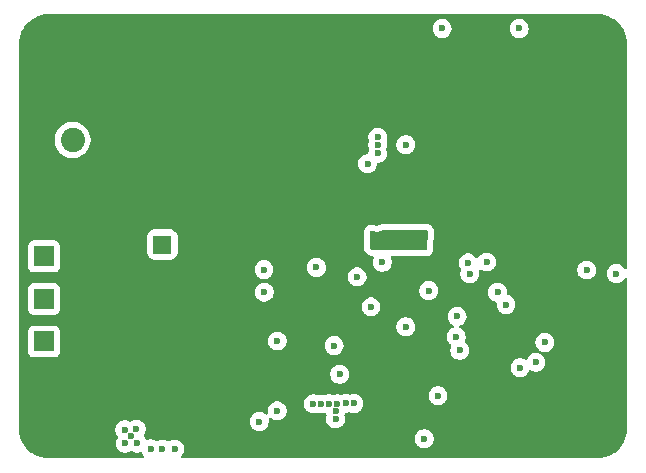
<source format=gbr>
%TF.GenerationSoftware,KiCad,Pcbnew,9.0.6-9.0.6~ubuntu24.04.1*%
%TF.CreationDate,2025-12-29T16:18:33+03:00*%
%TF.ProjectId,rc_ble,72635f62-6c65-42e6-9b69-6361645f7063,rev?*%
%TF.SameCoordinates,Original*%
%TF.FileFunction,Copper,L2,Inr*%
%TF.FilePolarity,Positive*%
%FSLAX46Y46*%
G04 Gerber Fmt 4.6, Leading zero omitted, Abs format (unit mm)*
G04 Created by KiCad (PCBNEW 9.0.6-9.0.6~ubuntu24.04.1) date 2025-12-29 16:18:33*
%MOMM*%
%LPD*%
G01*
G04 APERTURE LIST*
G04 Aperture macros list*
%AMRoundRect*
0 Rectangle with rounded corners*
0 $1 Rounding radius*
0 $2 $3 $4 $5 $6 $7 $8 $9 X,Y pos of 4 corners*
0 Add a 4 corners polygon primitive as box body*
4,1,4,$2,$3,$4,$5,$6,$7,$8,$9,$2,$3,0*
0 Add four circle primitives for the rounded corners*
1,1,$1+$1,$2,$3*
1,1,$1+$1,$4,$5*
1,1,$1+$1,$6,$7*
1,1,$1+$1,$8,$9*
0 Add four rect primitives between the rounded corners*
20,1,$1+$1,$2,$3,$4,$5,0*
20,1,$1+$1,$4,$5,$6,$7,0*
20,1,$1+$1,$6,$7,$8,$9,0*
20,1,$1+$1,$8,$9,$2,$3,0*%
G04 Aperture macros list end*
%TA.AperFunction,ComponentPad*%
%ADD10R,1.700000X1.700000*%
%TD*%
%TA.AperFunction,ComponentPad*%
%ADD11C,0.700000*%
%TD*%
%TA.AperFunction,ComponentPad*%
%ADD12C,4.400000*%
%TD*%
%TA.AperFunction,ComponentPad*%
%ADD13C,2.050000*%
%TD*%
%TA.AperFunction,ComponentPad*%
%ADD14C,2.250000*%
%TD*%
%TA.AperFunction,ComponentPad*%
%ADD15RoundRect,0.250000X-0.550000X0.550000X-0.550000X-0.550000X0.550000X-0.550000X0.550000X0.550000X0*%
%TD*%
%TA.AperFunction,ComponentPad*%
%ADD16C,1.600000*%
%TD*%
%TA.AperFunction,ViaPad*%
%ADD17C,0.600000*%
%TD*%
G04 APERTURE END LIST*
D10*
%TO.N,/CAN/CAN1_LOW*%
%TO.C,J302*%
X97150000Y-87350000D03*
%TD*%
D11*
%TO.N,GND*%
%TO.C,H101*%
X142330000Y-65670000D03*
X142813274Y-64503274D03*
X142813274Y-66836726D03*
X143980000Y-64020000D03*
D12*
X143980000Y-65670000D03*
D11*
X143980000Y-67320000D03*
X145146726Y-64503274D03*
X145146726Y-66836726D03*
X145630000Y-65670000D03*
%TD*%
D10*
%TO.N,/VIN*%
%TO.C,J102*%
X97150000Y-83750000D03*
%TD*%
%TO.N,GND*%
%TO.C,J103*%
X97150000Y-80150000D03*
%TD*%
D11*
%TO.N,GND*%
%TO.C,H102*%
X95910000Y-98310000D03*
X96393274Y-97143274D03*
X96393274Y-99476726D03*
X97560000Y-96660000D03*
D12*
X97560000Y-98310000D03*
D11*
X97560000Y-99960000D03*
X98726726Y-97143274D03*
X98726726Y-99476726D03*
X99210000Y-98310000D03*
%TD*%
D10*
%TO.N,/CAN/CAN1_HI*%
%TO.C,J301*%
X97150000Y-90950000D03*
%TD*%
D13*
%TO.N,/ublox/GPS_RF*%
%TO.C,J101*%
X99560000Y-73890000D03*
D14*
%TO.N,GND*%
X97020000Y-71350000D03*
X97020000Y-76430000D03*
X102100000Y-71350000D03*
X102100000Y-76430000D03*
%TD*%
D15*
%TO.N,/ublox/GPS_VBAT*%
%TO.C,C104*%
X107170000Y-82740000D03*
D16*
%TO.N,GND*%
X107170000Y-86240000D03*
%TD*%
D17*
%TO.N,/3V3*%
X124540000Y-75890000D03*
X119960000Y-96230000D03*
X135540000Y-86790000D03*
X125410000Y-73650000D03*
X134630000Y-84220000D03*
X138790000Y-92710000D03*
X121280000Y-96230000D03*
X125390000Y-74290000D03*
X121830000Y-96870000D03*
X127780000Y-74290000D03*
X125390000Y-75020000D03*
X121830000Y-97510000D03*
X122700000Y-96190000D03*
X120630000Y-96240000D03*
X121980000Y-96210000D03*
X123370000Y-96200000D03*
X136262500Y-87820000D03*
X129340000Y-99192500D03*
X123650000Y-85480000D03*
%TO.N,GND*%
X104010000Y-92280000D03*
X102010000Y-95420000D03*
X110000000Y-76000000D03*
X130880000Y-90800000D03*
X107000000Y-73000000D03*
X113000000Y-70000000D03*
X120490000Y-91640000D03*
X105330000Y-92290000D03*
X111000000Y-73000000D03*
X125510000Y-76380000D03*
X108000000Y-70000000D03*
X109000000Y-73000000D03*
X113000000Y-76000000D03*
X107000000Y-76000000D03*
X118390000Y-72170000D03*
X111000000Y-76000000D03*
X125070000Y-95130000D03*
X105000000Y-73000000D03*
X110000000Y-73000000D03*
X100360000Y-91900000D03*
X126900000Y-72000000D03*
X106000000Y-70000000D03*
X106000000Y-76000000D03*
X113000000Y-73000000D03*
X101880000Y-94210000D03*
X119290000Y-95170000D03*
X105000000Y-70000000D03*
X146100000Y-93650000D03*
X105600000Y-77360000D03*
X107000000Y-70000000D03*
X113050000Y-68180000D03*
X111720000Y-85850000D03*
X104600000Y-67750000D03*
X103120000Y-97000000D03*
X105620000Y-80220000D03*
X113030000Y-64850000D03*
X108000000Y-73000000D03*
X115000000Y-70000000D03*
X112010000Y-88820000D03*
X125306250Y-80850000D03*
X112000000Y-70000000D03*
X121980000Y-73340000D03*
X109000000Y-76000000D03*
X112420000Y-92270000D03*
X110000000Y-70000000D03*
X129490000Y-75970000D03*
X115560000Y-99200000D03*
X121130000Y-74170000D03*
X128190000Y-79250000D03*
X106000000Y-73000000D03*
X115000000Y-73000000D03*
X107900000Y-68350000D03*
X119230000Y-71600000D03*
X114000000Y-70000000D03*
X102860000Y-92350000D03*
X125720000Y-65720000D03*
X114000000Y-73000000D03*
X101830000Y-93060000D03*
X108000000Y-76000000D03*
X103980000Y-96990000D03*
X133520000Y-65650000D03*
X142350000Y-96150000D03*
X119930000Y-70980000D03*
X105000000Y-76000000D03*
X114610000Y-92060000D03*
X112000000Y-73000000D03*
X119480000Y-75730000D03*
X104810000Y-96980000D03*
X127955001Y-95000000D03*
X134750000Y-93087500D03*
X120780000Y-80240000D03*
X120320000Y-74970000D03*
X112000000Y-76000000D03*
X114000000Y-76000000D03*
X109000000Y-70000000D03*
X126780000Y-65490000D03*
X119620000Y-77180000D03*
%TO.N,/5V*%
X104500000Y-98990000D03*
X137370000Y-64450000D03*
X139550000Y-91030000D03*
X104020000Y-99560000D03*
X104960000Y-98360000D03*
X128100000Y-82650000D03*
X127070000Y-82590000D03*
X127770000Y-89710000D03*
X126130000Y-82490000D03*
X116890000Y-96830000D03*
X125200000Y-82560000D03*
X103980000Y-98420000D03*
X130850000Y-64450000D03*
X129710000Y-86639986D03*
X108210000Y-100050000D03*
X115380000Y-97730000D03*
X116890000Y-90910000D03*
X107160000Y-100050000D03*
X105030000Y-99550000D03*
X106160000Y-100030000D03*
X128930000Y-82620000D03*
%TO.N,/CAN/CAN1_HI*%
X115800000Y-86770000D03*
%TO.N,/CAN/CAN1_LOW*%
X115770000Y-84860000D03*
%TO.N,/CAN/CAN1S*%
X130500000Y-95550000D03*
X124830000Y-88020000D03*
%TO.N,/RST*%
X143100000Y-84900000D03*
X145600000Y-85200000D03*
%TO.N,/CAN/CAN1RX*%
X132116942Y-88833058D03*
X132050000Y-90550000D03*
%TO.N,/MCP_INT*%
X132350000Y-91700000D03*
X133200000Y-85200000D03*
%TO.N,/MCP_RST*%
X133050000Y-84300000D03*
X137450000Y-93175000D03*
%TO.N,Net-(Q301-G)*%
X122190000Y-93720000D03*
X125780000Y-84240000D03*
%TO.N,Net-(Q303-D)*%
X121700000Y-91290000D03*
X120210000Y-84680000D03*
%TD*%
%TA.AperFunction,Conductor*%
%TO.N,GND*%
G36*
X144023736Y-63240726D02*
G01*
X144313796Y-63258271D01*
X144328659Y-63260076D01*
X144610798Y-63311780D01*
X144625335Y-63315363D01*
X144899172Y-63400695D01*
X144913163Y-63406000D01*
X145174743Y-63523727D01*
X145187989Y-63530680D01*
X145433465Y-63679075D01*
X145445776Y-63687573D01*
X145671573Y-63864473D01*
X145682781Y-63874403D01*
X145885596Y-64077218D01*
X145895526Y-64088426D01*
X146015481Y-64241538D01*
X146072422Y-64314217D01*
X146080928Y-64326540D01*
X146229316Y-64572004D01*
X146236275Y-64585263D01*
X146353997Y-64846831D01*
X146359306Y-64860832D01*
X146444635Y-65134663D01*
X146448219Y-65149201D01*
X146499923Y-65431340D01*
X146501728Y-65446205D01*
X146519274Y-65736263D01*
X146519500Y-65743750D01*
X146519500Y-84726492D01*
X146499815Y-84793531D01*
X146447011Y-84839286D01*
X146377853Y-84849230D01*
X146314297Y-84820205D01*
X146292398Y-84795383D01*
X146221789Y-84689711D01*
X146221786Y-84689707D01*
X146110292Y-84578213D01*
X146110288Y-84578210D01*
X145979185Y-84490609D01*
X145979172Y-84490602D01*
X145833501Y-84430264D01*
X145833489Y-84430261D01*
X145678845Y-84399500D01*
X145678842Y-84399500D01*
X145521158Y-84399500D01*
X145521155Y-84399500D01*
X145366510Y-84430261D01*
X145366498Y-84430264D01*
X145220827Y-84490602D01*
X145220814Y-84490609D01*
X145089711Y-84578210D01*
X145089707Y-84578213D01*
X144978213Y-84689707D01*
X144978210Y-84689711D01*
X144890609Y-84820814D01*
X144890602Y-84820827D01*
X144830264Y-84966498D01*
X144830261Y-84966510D01*
X144799500Y-85121153D01*
X144799500Y-85278846D01*
X144830261Y-85433489D01*
X144830264Y-85433501D01*
X144890602Y-85579172D01*
X144890609Y-85579185D01*
X144978210Y-85710288D01*
X144978213Y-85710292D01*
X145089707Y-85821786D01*
X145089711Y-85821789D01*
X145220814Y-85909390D01*
X145220827Y-85909397D01*
X145365931Y-85969500D01*
X145366503Y-85969737D01*
X145519967Y-86000263D01*
X145521153Y-86000499D01*
X145521156Y-86000500D01*
X145521158Y-86000500D01*
X145678844Y-86000500D01*
X145678845Y-86000499D01*
X145833497Y-85969737D01*
X145979179Y-85909394D01*
X146110289Y-85821789D01*
X146221789Y-85710289D01*
X146292398Y-85604616D01*
X146346010Y-85559811D01*
X146415335Y-85551104D01*
X146478363Y-85581258D01*
X146515082Y-85640702D01*
X146519500Y-85673507D01*
X146519500Y-98326249D01*
X146519274Y-98333736D01*
X146501728Y-98623794D01*
X146499923Y-98638659D01*
X146448219Y-98920798D01*
X146444635Y-98935336D01*
X146359306Y-99209167D01*
X146353997Y-99223168D01*
X146236275Y-99484736D01*
X146229316Y-99497995D01*
X146080928Y-99743459D01*
X146072422Y-99755782D01*
X145895526Y-99981573D01*
X145885596Y-99992781D01*
X145682781Y-100195596D01*
X145671573Y-100205526D01*
X145445782Y-100382422D01*
X145433459Y-100390928D01*
X145187995Y-100539316D01*
X145174736Y-100546275D01*
X144913168Y-100663997D01*
X144899167Y-100669306D01*
X144625336Y-100754635D01*
X144610798Y-100758219D01*
X144328659Y-100809923D01*
X144313794Y-100811728D01*
X144023736Y-100829274D01*
X144016249Y-100829500D01*
X108861941Y-100829500D01*
X108794902Y-100809815D01*
X108749147Y-100757011D01*
X108739203Y-100687853D01*
X108768228Y-100624297D01*
X108774260Y-100617819D01*
X108831786Y-100560292D01*
X108831789Y-100560289D01*
X108919394Y-100429179D01*
X108979737Y-100283497D01*
X109010500Y-100128842D01*
X109010500Y-99971158D01*
X109010500Y-99971155D01*
X109010499Y-99971153D01*
X109004139Y-99939179D01*
X108979737Y-99816503D01*
X108970208Y-99793497D01*
X108919397Y-99670827D01*
X108919390Y-99670814D01*
X108831789Y-99539711D01*
X108831786Y-99539707D01*
X108720292Y-99428213D01*
X108720288Y-99428210D01*
X108589185Y-99340609D01*
X108589172Y-99340602D01*
X108443501Y-99280264D01*
X108443489Y-99280261D01*
X108288845Y-99249500D01*
X108288842Y-99249500D01*
X108131158Y-99249500D01*
X108131155Y-99249500D01*
X107976510Y-99280261D01*
X107976498Y-99280264D01*
X107830827Y-99340602D01*
X107830809Y-99340612D01*
X107753890Y-99392008D01*
X107687213Y-99412886D01*
X107619833Y-99394401D01*
X107616110Y-99392008D01*
X107539190Y-99340612D01*
X107539172Y-99340602D01*
X107393501Y-99280264D01*
X107393489Y-99280261D01*
X107238845Y-99249500D01*
X107238842Y-99249500D01*
X107081158Y-99249500D01*
X107081155Y-99249500D01*
X106926510Y-99280261D01*
X106926498Y-99280264D01*
X106780828Y-99340602D01*
X106780819Y-99340607D01*
X106743854Y-99365306D01*
X106677176Y-99386182D01*
X106609796Y-99367696D01*
X106606104Y-99365324D01*
X106539179Y-99320606D01*
X106539172Y-99320602D01*
X106393501Y-99260264D01*
X106393491Y-99260261D01*
X106238845Y-99229500D01*
X106238842Y-99229500D01*
X106081158Y-99229500D01*
X106081155Y-99229500D01*
X105926511Y-99260260D01*
X105926505Y-99260262D01*
X105922761Y-99261812D01*
X105912975Y-99265866D01*
X105843507Y-99273333D01*
X105781028Y-99242057D01*
X105750965Y-99198756D01*
X105749332Y-99194814D01*
X105739394Y-99170821D01*
X105739392Y-99170819D01*
X105739392Y-99170817D01*
X105701196Y-99113653D01*
X128539500Y-99113653D01*
X128539500Y-99271346D01*
X128570261Y-99425989D01*
X128570264Y-99426001D01*
X128630602Y-99571672D01*
X128630609Y-99571685D01*
X128718210Y-99702788D01*
X128718213Y-99702792D01*
X128829707Y-99814286D01*
X128829711Y-99814289D01*
X128960814Y-99901890D01*
X128960827Y-99901897D01*
X129050850Y-99939185D01*
X129106503Y-99962237D01*
X129260057Y-99992781D01*
X129261153Y-99992999D01*
X129261156Y-99993000D01*
X129261158Y-99993000D01*
X129418844Y-99993000D01*
X129418845Y-99992999D01*
X129573497Y-99962237D01*
X129719179Y-99901894D01*
X129850289Y-99814289D01*
X129961789Y-99702789D01*
X130049394Y-99571679D01*
X130109737Y-99425997D01*
X130140500Y-99271342D01*
X130140500Y-99113658D01*
X130140500Y-99113655D01*
X130140499Y-99113653D01*
X130109738Y-98959010D01*
X130109737Y-98959003D01*
X130099794Y-98934999D01*
X130049397Y-98813327D01*
X130049390Y-98813314D01*
X129961789Y-98682211D01*
X129961786Y-98682207D01*
X129850292Y-98570713D01*
X129850288Y-98570710D01*
X129719185Y-98483109D01*
X129719172Y-98483102D01*
X129573501Y-98422764D01*
X129573489Y-98422761D01*
X129418845Y-98392000D01*
X129418842Y-98392000D01*
X129261158Y-98392000D01*
X129261155Y-98392000D01*
X129106510Y-98422761D01*
X129106498Y-98422764D01*
X128960827Y-98483102D01*
X128960814Y-98483109D01*
X128829711Y-98570710D01*
X128829707Y-98570713D01*
X128718213Y-98682207D01*
X128718210Y-98682211D01*
X128630609Y-98813314D01*
X128630602Y-98813327D01*
X128570264Y-98958998D01*
X128570261Y-98959010D01*
X128539500Y-99113653D01*
X105701196Y-99113653D01*
X105651789Y-99039711D01*
X105651786Y-99039707D01*
X105613925Y-99001847D01*
X105580439Y-98940525D01*
X105585423Y-98870833D01*
X105598499Y-98845280D01*
X105669394Y-98739179D01*
X105729737Y-98593497D01*
X105760500Y-98438842D01*
X105760500Y-98281158D01*
X105760500Y-98281155D01*
X105760499Y-98281153D01*
X105760217Y-98279735D01*
X105729737Y-98126503D01*
X105694244Y-98040814D01*
X105669397Y-97980827D01*
X105669390Y-97980814D01*
X105581789Y-97849711D01*
X105581786Y-97849707D01*
X105470290Y-97738211D01*
X105339999Y-97651153D01*
X114579500Y-97651153D01*
X114579500Y-97808846D01*
X114610261Y-97963489D01*
X114610264Y-97963501D01*
X114670602Y-98109172D01*
X114670609Y-98109185D01*
X114758210Y-98240288D01*
X114758213Y-98240292D01*
X114869707Y-98351786D01*
X114869711Y-98351789D01*
X115000814Y-98439390D01*
X115000827Y-98439397D01*
X115106359Y-98483109D01*
X115146503Y-98499737D01*
X115301153Y-98530499D01*
X115301156Y-98530500D01*
X115301158Y-98530500D01*
X115458844Y-98530500D01*
X115458845Y-98530499D01*
X115613497Y-98499737D01*
X115759179Y-98439394D01*
X115890289Y-98351789D01*
X116001789Y-98240289D01*
X116089394Y-98109179D01*
X116149737Y-97963497D01*
X116180500Y-97808842D01*
X116180500Y-97651158D01*
X116180500Y-97651155D01*
X116161279Y-97554529D01*
X116167506Y-97484937D01*
X116210368Y-97429760D01*
X116276258Y-97406515D01*
X116344255Y-97422582D01*
X116370577Y-97442656D01*
X116379707Y-97451786D01*
X116379711Y-97451789D01*
X116510814Y-97539390D01*
X116510827Y-97539397D01*
X116633633Y-97590264D01*
X116656503Y-97599737D01*
X116755858Y-97619500D01*
X116811153Y-97630499D01*
X116811156Y-97630500D01*
X116811158Y-97630500D01*
X116968844Y-97630500D01*
X116968845Y-97630499D01*
X117123497Y-97599737D01*
X117269179Y-97539394D01*
X117400289Y-97451789D01*
X117511789Y-97340289D01*
X117599394Y-97209179D01*
X117659737Y-97063497D01*
X117690500Y-96908842D01*
X117690500Y-96751158D01*
X117690500Y-96751155D01*
X117690499Y-96751153D01*
X117682371Y-96710292D01*
X117659737Y-96596503D01*
X117652558Y-96579172D01*
X117599397Y-96450827D01*
X117599390Y-96450814D01*
X117511789Y-96319711D01*
X117511786Y-96319707D01*
X117400292Y-96208213D01*
X117400288Y-96208210D01*
X117314897Y-96151153D01*
X119159500Y-96151153D01*
X119159500Y-96308846D01*
X119190261Y-96463489D01*
X119190264Y-96463501D01*
X119250602Y-96609172D01*
X119250609Y-96609185D01*
X119338210Y-96740288D01*
X119338213Y-96740292D01*
X119449707Y-96851786D01*
X119449711Y-96851789D01*
X119580814Y-96939390D01*
X119580827Y-96939397D01*
X119719004Y-96996631D01*
X119726503Y-96999737D01*
X119844464Y-97023201D01*
X119881153Y-97030499D01*
X119881156Y-97030500D01*
X119881158Y-97030500D01*
X120038844Y-97030500D01*
X120038845Y-97030499D01*
X120193497Y-96999737D01*
X120235475Y-96982348D01*
X120304943Y-96974879D01*
X120330376Y-96982346D01*
X120396503Y-97009737D01*
X120525403Y-97035377D01*
X120551153Y-97040499D01*
X120551156Y-97040500D01*
X120551158Y-97040500D01*
X120708844Y-97040500D01*
X120708845Y-97040499D01*
X120863497Y-97009737D01*
X120888463Y-96999395D01*
X120901381Y-96998006D01*
X120912956Y-96992101D01*
X120935450Y-96994343D01*
X120957929Y-96991927D01*
X120969549Y-96997743D01*
X120982481Y-96999033D01*
X121000192Y-97013081D01*
X121020409Y-97023201D01*
X121028301Y-97035377D01*
X121037221Y-97042453D01*
X121045722Y-97062257D01*
X121053263Y-97073891D01*
X121055924Y-97081686D01*
X121060263Y-97103497D01*
X121077952Y-97146204D01*
X121079226Y-97149934D01*
X121080577Y-97181044D01*
X121083907Y-97212018D01*
X121082178Y-97217904D01*
X121082258Y-97219738D01*
X121081013Y-97221873D01*
X121076440Y-97237447D01*
X121060265Y-97276498D01*
X121060262Y-97276506D01*
X121060260Y-97276511D01*
X121029500Y-97431153D01*
X121029500Y-97588846D01*
X121060261Y-97743489D01*
X121060264Y-97743501D01*
X121120602Y-97889172D01*
X121120609Y-97889185D01*
X121208210Y-98020288D01*
X121208213Y-98020292D01*
X121319707Y-98131786D01*
X121319711Y-98131789D01*
X121450814Y-98219390D01*
X121450827Y-98219397D01*
X121558771Y-98264108D01*
X121596503Y-98279737D01*
X121751153Y-98310499D01*
X121751156Y-98310500D01*
X121751158Y-98310500D01*
X121908844Y-98310500D01*
X121908845Y-98310499D01*
X122063497Y-98279737D01*
X122209179Y-98219394D01*
X122340289Y-98131789D01*
X122451789Y-98020289D01*
X122539394Y-97889179D01*
X122599737Y-97743497D01*
X122630500Y-97588842D01*
X122630500Y-97431158D01*
X122630500Y-97431155D01*
X122630499Y-97431153D01*
X122614518Y-97350814D01*
X122599737Y-97276503D01*
X122583561Y-97237453D01*
X122580681Y-97210667D01*
X122574244Y-97184503D01*
X122576685Y-97173507D01*
X122576092Y-97167985D01*
X122580811Y-97149825D01*
X122582070Y-97146147D01*
X122599737Y-97103497D01*
X122603977Y-97082177D01*
X122606667Y-97074325D01*
X122622242Y-97052300D01*
X122634747Y-97028397D01*
X122642114Y-97024201D01*
X122647010Y-97017279D01*
X122672023Y-97007170D01*
X122695463Y-96993823D01*
X122708936Y-96992252D01*
X122711789Y-96991100D01*
X122714471Y-96991607D01*
X122723978Y-96990500D01*
X122778844Y-96990500D01*
X122778845Y-96990499D01*
X122933497Y-96959737D01*
X122975475Y-96942348D01*
X123044943Y-96934879D01*
X123070376Y-96942346D01*
X123136503Y-96969737D01*
X123277298Y-96997743D01*
X123291153Y-97000499D01*
X123291156Y-97000500D01*
X123291158Y-97000500D01*
X123448844Y-97000500D01*
X123448845Y-97000499D01*
X123603497Y-96969737D01*
X123749179Y-96909394D01*
X123880289Y-96821789D01*
X123991789Y-96710289D01*
X124079394Y-96579179D01*
X124139737Y-96433497D01*
X124170500Y-96278842D01*
X124170500Y-96121158D01*
X124170500Y-96121155D01*
X124170499Y-96121153D01*
X124152268Y-96029500D01*
X124139737Y-95966503D01*
X124139735Y-95966498D01*
X124079397Y-95820827D01*
X124079390Y-95820814D01*
X123991789Y-95689711D01*
X123991786Y-95689707D01*
X123880289Y-95578210D01*
X123865259Y-95568168D01*
X123749185Y-95490609D01*
X123749172Y-95490602D01*
X123702217Y-95471153D01*
X129699500Y-95471153D01*
X129699500Y-95628846D01*
X129730261Y-95783489D01*
X129730264Y-95783501D01*
X129790602Y-95929172D01*
X129790609Y-95929185D01*
X129878210Y-96060288D01*
X129878213Y-96060292D01*
X129989707Y-96171786D01*
X129989711Y-96171789D01*
X130120814Y-96259390D01*
X130120827Y-96259397D01*
X130266440Y-96319711D01*
X130266503Y-96319737D01*
X130421153Y-96350499D01*
X130421156Y-96350500D01*
X130421158Y-96350500D01*
X130578844Y-96350500D01*
X130578845Y-96350499D01*
X130733497Y-96319737D01*
X130879179Y-96259394D01*
X131010289Y-96171789D01*
X131121789Y-96060289D01*
X131209394Y-95929179D01*
X131269737Y-95783497D01*
X131300500Y-95628842D01*
X131300500Y-95471158D01*
X131300500Y-95471155D01*
X131300499Y-95471153D01*
X131294355Y-95440264D01*
X131269737Y-95316503D01*
X131269735Y-95316498D01*
X131209397Y-95170827D01*
X131209390Y-95170814D01*
X131121789Y-95039711D01*
X131121786Y-95039707D01*
X131010292Y-94928213D01*
X131010288Y-94928210D01*
X130879185Y-94840609D01*
X130879172Y-94840602D01*
X130733501Y-94780264D01*
X130733489Y-94780261D01*
X130578845Y-94749500D01*
X130578842Y-94749500D01*
X130421158Y-94749500D01*
X130421155Y-94749500D01*
X130266510Y-94780261D01*
X130266498Y-94780264D01*
X130120827Y-94840602D01*
X130120814Y-94840609D01*
X129989711Y-94928210D01*
X129989707Y-94928213D01*
X129878213Y-95039707D01*
X129878210Y-95039711D01*
X129790609Y-95170814D01*
X129790602Y-95170827D01*
X129730264Y-95316498D01*
X129730261Y-95316510D01*
X129699500Y-95471153D01*
X123702217Y-95471153D01*
X123603501Y-95430264D01*
X123603489Y-95430261D01*
X123448845Y-95399500D01*
X123448842Y-95399500D01*
X123291158Y-95399500D01*
X123291155Y-95399500D01*
X123136505Y-95430261D01*
X123136497Y-95430264D01*
X123094520Y-95447651D01*
X123025051Y-95455118D01*
X122999619Y-95447651D01*
X122990106Y-95443711D01*
X122933497Y-95420263D01*
X122933493Y-95420262D01*
X122933488Y-95420260D01*
X122778845Y-95389500D01*
X122778842Y-95389500D01*
X122621158Y-95389500D01*
X122621155Y-95389500D01*
X122466510Y-95420261D01*
X122466498Y-95420264D01*
X122363309Y-95463006D01*
X122293839Y-95470475D01*
X122268406Y-95463007D01*
X122261784Y-95460264D01*
X122213497Y-95440263D01*
X122213493Y-95440262D01*
X122213488Y-95440260D01*
X122058845Y-95409500D01*
X122058842Y-95409500D01*
X121901158Y-95409500D01*
X121901155Y-95409500D01*
X121746505Y-95440261D01*
X121746497Y-95440264D01*
X121653308Y-95478864D01*
X121583839Y-95486333D01*
X121558406Y-95478864D01*
X121539788Y-95471153D01*
X121513498Y-95460263D01*
X121513488Y-95460260D01*
X121358845Y-95429500D01*
X121358842Y-95429500D01*
X121201158Y-95429500D01*
X121201155Y-95429500D01*
X121046505Y-95460261D01*
X121046497Y-95460264D01*
X120990377Y-95483509D01*
X120920908Y-95490976D01*
X120895477Y-95483509D01*
X120863497Y-95470263D01*
X120863488Y-95470260D01*
X120708845Y-95439500D01*
X120708842Y-95439500D01*
X120551158Y-95439500D01*
X120551155Y-95439500D01*
X120396505Y-95470261D01*
X120396497Y-95470264D01*
X120354520Y-95487651D01*
X120285051Y-95495118D01*
X120259619Y-95487651D01*
X120242610Y-95480606D01*
X120193497Y-95460263D01*
X120193493Y-95460262D01*
X120193488Y-95460260D01*
X120038845Y-95429500D01*
X120038842Y-95429500D01*
X119881158Y-95429500D01*
X119881155Y-95429500D01*
X119726510Y-95460261D01*
X119726498Y-95460264D01*
X119580827Y-95520602D01*
X119580814Y-95520609D01*
X119449711Y-95608210D01*
X119449707Y-95608213D01*
X119338213Y-95719707D01*
X119338210Y-95719711D01*
X119250609Y-95850814D01*
X119250602Y-95850827D01*
X119190264Y-95996498D01*
X119190261Y-95996510D01*
X119159500Y-96151153D01*
X117314897Y-96151153D01*
X117269185Y-96120609D01*
X117269172Y-96120602D01*
X117123501Y-96060264D01*
X117123489Y-96060261D01*
X116968845Y-96029500D01*
X116968842Y-96029500D01*
X116811158Y-96029500D01*
X116811155Y-96029500D01*
X116656510Y-96060261D01*
X116656498Y-96060264D01*
X116510827Y-96120602D01*
X116510814Y-96120609D01*
X116379711Y-96208210D01*
X116379707Y-96208213D01*
X116268213Y-96319707D01*
X116268210Y-96319711D01*
X116180609Y-96450814D01*
X116180602Y-96450827D01*
X116120264Y-96596498D01*
X116120261Y-96596510D01*
X116089500Y-96751153D01*
X116089500Y-96908846D01*
X116108720Y-97005471D01*
X116102493Y-97075062D01*
X116059630Y-97130240D01*
X115993740Y-97153484D01*
X115925743Y-97137416D01*
X115899422Y-97117343D01*
X115890292Y-97108213D01*
X115890288Y-97108210D01*
X115759185Y-97020609D01*
X115759172Y-97020602D01*
X115613501Y-96960264D01*
X115613489Y-96960261D01*
X115458845Y-96929500D01*
X115458842Y-96929500D01*
X115301158Y-96929500D01*
X115301155Y-96929500D01*
X115146510Y-96960261D01*
X115146498Y-96960264D01*
X115000827Y-97020602D01*
X115000814Y-97020609D01*
X114869711Y-97108210D01*
X114869707Y-97108213D01*
X114758213Y-97219707D01*
X114758210Y-97219711D01*
X114670609Y-97350814D01*
X114670602Y-97350827D01*
X114610264Y-97496498D01*
X114610261Y-97496510D01*
X114579500Y-97651153D01*
X105339999Y-97651153D01*
X105339185Y-97650609D01*
X105339172Y-97650602D01*
X105193501Y-97590264D01*
X105193489Y-97590261D01*
X105038845Y-97559500D01*
X105038842Y-97559500D01*
X104881158Y-97559500D01*
X104881155Y-97559500D01*
X104726510Y-97590261D01*
X104726498Y-97590264D01*
X104580827Y-97650602D01*
X104580816Y-97650608D01*
X104493991Y-97708623D01*
X104427314Y-97729500D01*
X104365102Y-97712433D01*
X104364546Y-97713475D01*
X104359954Y-97711020D01*
X104359934Y-97711015D01*
X104359883Y-97710982D01*
X104359174Y-97710603D01*
X104213501Y-97650264D01*
X104213489Y-97650261D01*
X104058845Y-97619500D01*
X104058842Y-97619500D01*
X103901158Y-97619500D01*
X103901155Y-97619500D01*
X103746510Y-97650261D01*
X103746498Y-97650264D01*
X103600827Y-97710602D01*
X103600814Y-97710609D01*
X103469711Y-97798210D01*
X103469707Y-97798213D01*
X103358213Y-97909707D01*
X103358210Y-97909711D01*
X103270609Y-98040814D01*
X103270602Y-98040827D01*
X103210264Y-98186498D01*
X103210261Y-98186510D01*
X103179500Y-98341153D01*
X103179500Y-98498846D01*
X103210261Y-98653489D01*
X103210264Y-98653501D01*
X103270602Y-98799172D01*
X103270609Y-98799185D01*
X103358210Y-98930288D01*
X103362076Y-98934999D01*
X103361136Y-98935769D01*
X103391549Y-98991466D01*
X103386565Y-99061158D01*
X103373485Y-99086715D01*
X103310609Y-99180814D01*
X103310602Y-99180827D01*
X103250264Y-99326498D01*
X103250261Y-99326510D01*
X103219500Y-99481153D01*
X103219500Y-99638846D01*
X103250261Y-99793489D01*
X103250264Y-99793501D01*
X103310602Y-99939172D01*
X103310609Y-99939185D01*
X103398210Y-100070288D01*
X103398213Y-100070292D01*
X103509707Y-100181786D01*
X103509711Y-100181789D01*
X103640814Y-100269390D01*
X103640827Y-100269397D01*
X103762363Y-100319738D01*
X103786503Y-100329737D01*
X103941153Y-100360499D01*
X103941156Y-100360500D01*
X103941158Y-100360500D01*
X104098844Y-100360500D01*
X104098845Y-100360499D01*
X104253497Y-100329737D01*
X104399179Y-100269394D01*
X104463593Y-100226353D01*
X104530266Y-100205476D01*
X104597647Y-100223959D01*
X104601373Y-100226354D01*
X104650815Y-100259390D01*
X104650821Y-100259394D01*
X104650823Y-100259395D01*
X104650827Y-100259397D01*
X104782981Y-100314136D01*
X104796503Y-100319737D01*
X104951153Y-100350499D01*
X104951156Y-100350500D01*
X104951158Y-100350500D01*
X105108844Y-100350500D01*
X105108845Y-100350499D01*
X105263497Y-100319737D01*
X105277019Y-100314135D01*
X105346487Y-100306666D01*
X105408967Y-100337940D01*
X105439034Y-100381242D01*
X105450606Y-100409179D01*
X105450609Y-100409185D01*
X105538210Y-100540288D01*
X105538213Y-100540292D01*
X105615740Y-100617819D01*
X105649225Y-100679142D01*
X105644241Y-100748834D01*
X105602369Y-100804767D01*
X105536905Y-100829184D01*
X105528059Y-100829500D01*
X97523751Y-100829500D01*
X97516264Y-100829274D01*
X97226205Y-100811728D01*
X97211340Y-100809923D01*
X96929201Y-100758219D01*
X96914663Y-100754635D01*
X96640832Y-100669306D01*
X96626831Y-100663997D01*
X96365263Y-100546275D01*
X96352004Y-100539316D01*
X96169815Y-100429179D01*
X96106537Y-100390926D01*
X96094217Y-100382422D01*
X96066234Y-100360499D01*
X95868426Y-100205526D01*
X95857218Y-100195596D01*
X95654403Y-99992781D01*
X95644473Y-99981573D01*
X95636311Y-99971155D01*
X95467573Y-99755776D01*
X95459075Y-99743465D01*
X95310680Y-99497989D01*
X95303727Y-99484743D01*
X95186000Y-99223163D01*
X95180693Y-99209167D01*
X95150930Y-99113655D01*
X95095363Y-98935335D01*
X95091780Y-98920798D01*
X95048057Y-98682211D01*
X95040075Y-98638657D01*
X95038271Y-98623794D01*
X95036438Y-98593497D01*
X95020726Y-98333736D01*
X95020500Y-98326249D01*
X95020500Y-93641153D01*
X121389500Y-93641153D01*
X121389500Y-93798846D01*
X121420261Y-93953489D01*
X121420264Y-93953501D01*
X121480602Y-94099172D01*
X121480609Y-94099185D01*
X121568210Y-94230288D01*
X121568213Y-94230292D01*
X121679707Y-94341786D01*
X121679711Y-94341789D01*
X121810814Y-94429390D01*
X121810827Y-94429397D01*
X121956498Y-94489735D01*
X121956503Y-94489737D01*
X122111153Y-94520499D01*
X122111156Y-94520500D01*
X122111158Y-94520500D01*
X122268844Y-94520500D01*
X122268845Y-94520499D01*
X122423497Y-94489737D01*
X122569179Y-94429394D01*
X122700289Y-94341789D01*
X122811789Y-94230289D01*
X122899394Y-94099179D01*
X122959737Y-93953497D01*
X122990500Y-93798842D01*
X122990500Y-93641158D01*
X122990500Y-93641155D01*
X122990499Y-93641153D01*
X122973199Y-93554181D01*
X122959737Y-93486503D01*
X122956935Y-93479738D01*
X122899397Y-93340827D01*
X122899390Y-93340814D01*
X122811789Y-93209711D01*
X122811786Y-93209707D01*
X122700292Y-93098213D01*
X122700288Y-93098210D01*
X122697210Y-93096153D01*
X136649500Y-93096153D01*
X136649500Y-93253846D01*
X136680261Y-93408489D01*
X136680264Y-93408501D01*
X136740602Y-93554172D01*
X136740609Y-93554185D01*
X136828210Y-93685288D01*
X136828213Y-93685292D01*
X136939707Y-93796786D01*
X136939711Y-93796789D01*
X137070814Y-93884390D01*
X137070827Y-93884397D01*
X137216498Y-93944735D01*
X137216503Y-93944737D01*
X137371153Y-93975499D01*
X137371156Y-93975500D01*
X137371158Y-93975500D01*
X137528844Y-93975500D01*
X137528845Y-93975499D01*
X137683497Y-93944737D01*
X137829179Y-93884394D01*
X137960289Y-93796789D01*
X138071789Y-93685289D01*
X138159394Y-93554179D01*
X138199803Y-93456620D01*
X138243642Y-93402221D01*
X138309936Y-93380155D01*
X138377635Y-93397434D01*
X138383239Y-93400964D01*
X138410821Y-93419394D01*
X138410823Y-93419394D01*
X138410827Y-93419397D01*
X138556498Y-93479735D01*
X138556503Y-93479737D01*
X138711153Y-93510499D01*
X138711156Y-93510500D01*
X138711158Y-93510500D01*
X138868844Y-93510500D01*
X138868845Y-93510499D01*
X139023497Y-93479737D01*
X139169179Y-93419394D01*
X139300289Y-93331789D01*
X139411789Y-93220289D01*
X139499394Y-93089179D01*
X139559737Y-92943497D01*
X139590500Y-92788842D01*
X139590500Y-92631158D01*
X139590500Y-92631155D01*
X139590499Y-92631153D01*
X139582414Y-92590507D01*
X139559737Y-92476503D01*
X139556935Y-92469738D01*
X139499397Y-92330827D01*
X139499390Y-92330814D01*
X139411789Y-92199711D01*
X139411786Y-92199707D01*
X139300292Y-92088213D01*
X139300288Y-92088210D01*
X139193226Y-92016672D01*
X139193218Y-92016668D01*
X139169179Y-92000606D01*
X139023497Y-91940263D01*
X139023489Y-91940261D01*
X138868845Y-91909500D01*
X138868842Y-91909500D01*
X138711158Y-91909500D01*
X138711155Y-91909500D01*
X138556510Y-91940261D01*
X138556498Y-91940264D01*
X138410827Y-92000602D01*
X138410814Y-92000609D01*
X138279711Y-92088210D01*
X138279707Y-92088213D01*
X138168213Y-92199707D01*
X138168210Y-92199711D01*
X138080609Y-92330814D01*
X138080604Y-92330824D01*
X138040197Y-92428375D01*
X137996355Y-92482779D01*
X137930061Y-92504843D01*
X137862362Y-92487563D01*
X137856746Y-92484025D01*
X137829183Y-92465608D01*
X137829172Y-92465602D01*
X137683501Y-92405264D01*
X137683489Y-92405261D01*
X137528845Y-92374500D01*
X137528842Y-92374500D01*
X137371158Y-92374500D01*
X137371155Y-92374500D01*
X137216510Y-92405261D01*
X137216498Y-92405264D01*
X137070827Y-92465602D01*
X137070814Y-92465609D01*
X136939711Y-92553210D01*
X136939707Y-92553213D01*
X136828213Y-92664707D01*
X136828210Y-92664711D01*
X136740609Y-92795814D01*
X136740602Y-92795827D01*
X136680264Y-92941498D01*
X136680261Y-92941510D01*
X136649500Y-93096153D01*
X122697210Y-93096153D01*
X122569185Y-93010609D01*
X122569172Y-93010602D01*
X122423501Y-92950264D01*
X122423489Y-92950261D01*
X122268845Y-92919500D01*
X122268842Y-92919500D01*
X122111158Y-92919500D01*
X122111155Y-92919500D01*
X121956510Y-92950261D01*
X121956498Y-92950264D01*
X121810827Y-93010602D01*
X121810814Y-93010609D01*
X121679711Y-93098210D01*
X121679707Y-93098213D01*
X121568213Y-93209707D01*
X121568210Y-93209711D01*
X121480609Y-93340814D01*
X121480602Y-93340827D01*
X121420264Y-93486498D01*
X121420261Y-93486510D01*
X121389500Y-93641153D01*
X95020500Y-93641153D01*
X95020500Y-90052135D01*
X95799500Y-90052135D01*
X95799500Y-91847870D01*
X95799501Y-91847876D01*
X95805908Y-91907483D01*
X95856202Y-92042328D01*
X95856206Y-92042335D01*
X95942452Y-92157544D01*
X95942455Y-92157547D01*
X96057664Y-92243793D01*
X96057671Y-92243797D01*
X96192517Y-92294091D01*
X96192516Y-92294091D01*
X96199444Y-92294835D01*
X96252127Y-92300500D01*
X98047872Y-92300499D01*
X98107483Y-92294091D01*
X98242331Y-92243796D01*
X98357546Y-92157546D01*
X98443796Y-92042331D01*
X98494091Y-91907483D01*
X98500500Y-91847873D01*
X98500499Y-90831153D01*
X116089500Y-90831153D01*
X116089500Y-90988846D01*
X116120261Y-91143489D01*
X116120264Y-91143501D01*
X116180602Y-91289172D01*
X116180609Y-91289185D01*
X116268210Y-91420288D01*
X116268213Y-91420292D01*
X116379707Y-91531786D01*
X116379711Y-91531789D01*
X116510814Y-91619390D01*
X116510827Y-91619397D01*
X116631028Y-91669185D01*
X116656503Y-91679737D01*
X116811153Y-91710499D01*
X116811156Y-91710500D01*
X116811158Y-91710500D01*
X116968844Y-91710500D01*
X116968845Y-91710499D01*
X117123497Y-91679737D01*
X117236166Y-91633067D01*
X117269172Y-91619397D01*
X117269172Y-91619396D01*
X117269179Y-91619394D01*
X117400289Y-91531789D01*
X117511789Y-91420289D01*
X117599394Y-91289179D01*
X117631711Y-91211158D01*
X117631713Y-91211153D01*
X120899500Y-91211153D01*
X120899500Y-91368846D01*
X120930261Y-91523489D01*
X120930264Y-91523501D01*
X120990602Y-91669172D01*
X120990609Y-91669185D01*
X121078210Y-91800288D01*
X121078213Y-91800292D01*
X121189707Y-91911786D01*
X121189711Y-91911789D01*
X121320814Y-91999390D01*
X121320827Y-91999397D01*
X121466498Y-92059735D01*
X121466503Y-92059737D01*
X121609661Y-92088213D01*
X121621153Y-92090499D01*
X121621156Y-92090500D01*
X121621158Y-92090500D01*
X121778844Y-92090500D01*
X121778845Y-92090499D01*
X121933497Y-92059737D01*
X122079179Y-91999394D01*
X122210289Y-91911789D01*
X122321789Y-91800289D01*
X122409394Y-91669179D01*
X122469737Y-91523497D01*
X122500500Y-91368842D01*
X122500500Y-91211158D01*
X122500500Y-91211155D01*
X122500499Y-91211153D01*
X122487040Y-91143489D01*
X122469737Y-91056503D01*
X122441711Y-90988842D01*
X122409397Y-90910827D01*
X122409390Y-90910814D01*
X122321789Y-90779711D01*
X122321786Y-90779707D01*
X122210292Y-90668213D01*
X122210288Y-90668210D01*
X122079185Y-90580609D01*
X122079172Y-90580602D01*
X121933501Y-90520264D01*
X121933489Y-90520261D01*
X121778845Y-90489500D01*
X121778842Y-90489500D01*
X121621158Y-90489500D01*
X121621155Y-90489500D01*
X121466510Y-90520261D01*
X121466498Y-90520264D01*
X121320827Y-90580602D01*
X121320814Y-90580609D01*
X121189711Y-90668210D01*
X121189707Y-90668213D01*
X121078213Y-90779707D01*
X121078210Y-90779711D01*
X120990609Y-90910814D01*
X120990602Y-90910827D01*
X120930264Y-91056498D01*
X120930261Y-91056510D01*
X120899500Y-91211153D01*
X117631713Y-91211153D01*
X117653887Y-91157621D01*
X117653887Y-91157618D01*
X117659737Y-91143497D01*
X117690500Y-90988842D01*
X117690500Y-90831158D01*
X117690500Y-90831155D01*
X117690499Y-90831153D01*
X117681020Y-90783501D01*
X117659737Y-90676503D01*
X117639996Y-90628844D01*
X117599397Y-90530827D01*
X117599390Y-90530814D01*
X117511789Y-90399711D01*
X117511786Y-90399707D01*
X117400292Y-90288213D01*
X117400288Y-90288210D01*
X117269185Y-90200609D01*
X117269172Y-90200602D01*
X117123501Y-90140264D01*
X117123489Y-90140261D01*
X116968845Y-90109500D01*
X116968842Y-90109500D01*
X116811158Y-90109500D01*
X116811155Y-90109500D01*
X116656510Y-90140261D01*
X116656498Y-90140264D01*
X116510827Y-90200602D01*
X116510814Y-90200609D01*
X116379711Y-90288210D01*
X116379707Y-90288213D01*
X116268213Y-90399707D01*
X116268210Y-90399711D01*
X116180609Y-90530814D01*
X116180602Y-90530827D01*
X116120264Y-90676498D01*
X116120261Y-90676510D01*
X116089500Y-90831153D01*
X98500499Y-90831153D01*
X98500499Y-90052128D01*
X98494091Y-89992517D01*
X98475809Y-89943501D01*
X98443797Y-89857671D01*
X98443793Y-89857664D01*
X98357547Y-89742455D01*
X98333338Y-89724332D01*
X98333336Y-89724330D01*
X98242335Y-89656206D01*
X98242328Y-89656202D01*
X98175168Y-89631153D01*
X126969500Y-89631153D01*
X126969500Y-89788846D01*
X127000261Y-89943489D01*
X127000264Y-89943501D01*
X127060602Y-90089172D01*
X127060609Y-90089185D01*
X127148210Y-90220288D01*
X127148213Y-90220292D01*
X127259707Y-90331786D01*
X127259711Y-90331789D01*
X127390814Y-90419390D01*
X127390827Y-90419397D01*
X127515779Y-90471153D01*
X127536503Y-90479737D01*
X127691153Y-90510499D01*
X127691156Y-90510500D01*
X127691158Y-90510500D01*
X127848844Y-90510500D01*
X127848845Y-90510499D01*
X128003497Y-90479737D01*
X128024221Y-90471153D01*
X131249500Y-90471153D01*
X131249500Y-90628846D01*
X131280261Y-90783489D01*
X131280264Y-90783501D01*
X131340602Y-90929172D01*
X131340609Y-90929185D01*
X131428210Y-91060288D01*
X131428213Y-91060292D01*
X131539707Y-91171786D01*
X131539711Y-91171789D01*
X131582470Y-91200360D01*
X131627275Y-91253972D01*
X131635982Y-91323297D01*
X131628141Y-91350914D01*
X131580261Y-91466507D01*
X131580261Y-91466510D01*
X131549500Y-91621153D01*
X131549500Y-91778846D01*
X131580261Y-91933489D01*
X131580264Y-91933501D01*
X131640602Y-92079172D01*
X131640609Y-92079185D01*
X131728210Y-92210288D01*
X131728213Y-92210292D01*
X131839707Y-92321786D01*
X131839711Y-92321789D01*
X131970814Y-92409390D01*
X131970827Y-92409397D01*
X132106537Y-92465609D01*
X132116503Y-92469737D01*
X132271153Y-92500499D01*
X132271156Y-92500500D01*
X132271158Y-92500500D01*
X132428844Y-92500500D01*
X132428845Y-92500499D01*
X132583497Y-92469737D01*
X132729179Y-92409394D01*
X132860289Y-92321789D01*
X132971789Y-92210289D01*
X133059394Y-92079179D01*
X133119737Y-91933497D01*
X133150500Y-91778842D01*
X133150500Y-91621158D01*
X133150500Y-91621155D01*
X133150499Y-91621153D01*
X133150148Y-91619390D01*
X133119737Y-91466503D01*
X133100594Y-91420288D01*
X133059397Y-91320827D01*
X133059390Y-91320814D01*
X132971789Y-91189711D01*
X132971786Y-91189707D01*
X132860292Y-91078213D01*
X132860288Y-91078210D01*
X132817529Y-91049639D01*
X132772724Y-90996026D01*
X132767088Y-90951153D01*
X138749500Y-90951153D01*
X138749500Y-91108846D01*
X138780261Y-91263489D01*
X138780264Y-91263501D01*
X138840602Y-91409172D01*
X138840609Y-91409185D01*
X138928210Y-91540288D01*
X138928213Y-91540292D01*
X139039707Y-91651786D01*
X139039711Y-91651789D01*
X139146772Y-91723326D01*
X139146776Y-91723328D01*
X139170821Y-91739394D01*
X139316503Y-91799737D01*
X139471153Y-91830499D01*
X139471156Y-91830500D01*
X139471158Y-91830500D01*
X139628844Y-91830500D01*
X139628845Y-91830499D01*
X139783497Y-91799737D01*
X139929179Y-91739394D01*
X140060289Y-91651789D01*
X140171789Y-91540289D01*
X140259394Y-91409179D01*
X140319737Y-91263497D01*
X140350500Y-91108842D01*
X140350500Y-90951158D01*
X140350500Y-90951155D01*
X140350499Y-90951153D01*
X140326630Y-90831158D01*
X140319737Y-90796503D01*
X140319735Y-90796498D01*
X140259397Y-90650827D01*
X140259390Y-90650814D01*
X140171789Y-90519711D01*
X140171786Y-90519707D01*
X140060292Y-90408213D01*
X140060288Y-90408210D01*
X139929185Y-90320609D01*
X139929172Y-90320602D01*
X139783501Y-90260264D01*
X139783489Y-90260261D01*
X139628845Y-90229500D01*
X139628842Y-90229500D01*
X139471158Y-90229500D01*
X139471155Y-90229500D01*
X139316510Y-90260261D01*
X139316498Y-90260264D01*
X139170827Y-90320602D01*
X139170814Y-90320609D01*
X139039711Y-90408210D01*
X139039707Y-90408213D01*
X138928213Y-90519707D01*
X138928210Y-90519711D01*
X138840609Y-90650814D01*
X138840602Y-90650827D01*
X138780264Y-90796498D01*
X138780261Y-90796510D01*
X138749500Y-90951153D01*
X132767088Y-90951153D01*
X132764017Y-90926701D01*
X132771857Y-90899089D01*
X132819737Y-90783497D01*
X132850500Y-90628842D01*
X132850500Y-90471158D01*
X132850500Y-90471155D01*
X132850499Y-90471153D01*
X132828780Y-90361964D01*
X132819737Y-90316503D01*
X132796441Y-90260261D01*
X132759397Y-90170827D01*
X132759390Y-90170814D01*
X132671789Y-90039711D01*
X132671786Y-90039707D01*
X132560292Y-89928213D01*
X132560288Y-89928210D01*
X132429185Y-89840609D01*
X132429179Y-89840606D01*
X132379319Y-89819953D01*
X132324916Y-89776111D01*
X132302852Y-89709817D01*
X132320132Y-89642118D01*
X132371269Y-89594508D01*
X132379289Y-89590844D01*
X132496121Y-89542452D01*
X132627231Y-89454847D01*
X132738731Y-89343347D01*
X132826336Y-89212237D01*
X132886679Y-89066555D01*
X132917442Y-88911900D01*
X132917442Y-88754216D01*
X132917442Y-88754213D01*
X132917441Y-88754211D01*
X132912505Y-88729397D01*
X132886679Y-88599561D01*
X132882609Y-88589735D01*
X132826339Y-88453885D01*
X132826332Y-88453872D01*
X132738731Y-88322769D01*
X132738728Y-88322765D01*
X132627234Y-88211271D01*
X132627230Y-88211268D01*
X132496127Y-88123667D01*
X132496114Y-88123660D01*
X132350443Y-88063322D01*
X132350431Y-88063319D01*
X132195787Y-88032558D01*
X132195784Y-88032558D01*
X132038100Y-88032558D01*
X132038097Y-88032558D01*
X131883452Y-88063319D01*
X131883440Y-88063322D01*
X131737769Y-88123660D01*
X131737756Y-88123667D01*
X131606653Y-88211268D01*
X131606649Y-88211271D01*
X131495155Y-88322765D01*
X131495152Y-88322769D01*
X131407551Y-88453872D01*
X131407544Y-88453885D01*
X131347206Y-88599556D01*
X131347203Y-88599568D01*
X131316442Y-88754211D01*
X131316442Y-88911904D01*
X131347203Y-89066547D01*
X131347206Y-89066559D01*
X131407544Y-89212230D01*
X131407551Y-89212243D01*
X131495152Y-89343346D01*
X131495155Y-89343350D01*
X131606649Y-89454844D01*
X131606653Y-89454847D01*
X131737756Y-89542448D01*
X131737765Y-89542453D01*
X131787621Y-89563104D01*
X131842024Y-89606945D01*
X131864089Y-89673239D01*
X131846810Y-89740938D01*
X131795673Y-89788549D01*
X131787620Y-89792226D01*
X131670827Y-89840602D01*
X131670814Y-89840609D01*
X131539711Y-89928210D01*
X131539707Y-89928213D01*
X131428213Y-90039707D01*
X131428210Y-90039711D01*
X131340609Y-90170814D01*
X131340602Y-90170827D01*
X131280264Y-90316498D01*
X131280261Y-90316510D01*
X131249500Y-90471153D01*
X128024221Y-90471153D01*
X128149179Y-90419394D01*
X128178643Y-90399707D01*
X128235130Y-90361964D01*
X128258020Y-90346668D01*
X128280289Y-90331789D01*
X128391789Y-90220289D01*
X128479394Y-90089179D01*
X128539737Y-89943497D01*
X128570500Y-89788842D01*
X128570500Y-89631158D01*
X128570500Y-89631155D01*
X128570499Y-89631153D01*
X128539738Y-89476510D01*
X128539737Y-89476503D01*
X128484584Y-89343350D01*
X128479397Y-89330827D01*
X128479390Y-89330814D01*
X128391789Y-89199711D01*
X128391786Y-89199707D01*
X128280292Y-89088213D01*
X128280288Y-89088210D01*
X128149185Y-89000609D01*
X128149172Y-89000602D01*
X128003501Y-88940264D01*
X128003489Y-88940261D01*
X127848845Y-88909500D01*
X127848842Y-88909500D01*
X127691158Y-88909500D01*
X127691155Y-88909500D01*
X127536510Y-88940261D01*
X127536498Y-88940264D01*
X127390827Y-89000602D01*
X127390814Y-89000609D01*
X127259711Y-89088210D01*
X127259707Y-89088213D01*
X127148213Y-89199707D01*
X127148210Y-89199711D01*
X127060609Y-89330814D01*
X127060602Y-89330827D01*
X127000264Y-89476498D01*
X127000261Y-89476510D01*
X126969500Y-89631153D01*
X98175168Y-89631153D01*
X98107482Y-89605908D01*
X98107483Y-89605908D01*
X98047883Y-89599501D01*
X98047881Y-89599500D01*
X98047873Y-89599500D01*
X98047864Y-89599500D01*
X96252129Y-89599500D01*
X96252123Y-89599501D01*
X96192516Y-89605908D01*
X96057671Y-89656202D01*
X96057664Y-89656206D01*
X95942455Y-89742452D01*
X95942452Y-89742455D01*
X95856206Y-89857664D01*
X95856202Y-89857671D01*
X95805908Y-89992517D01*
X95800835Y-90039707D01*
X95799501Y-90052123D01*
X95799500Y-90052135D01*
X95020500Y-90052135D01*
X95020500Y-86452135D01*
X95799500Y-86452135D01*
X95799501Y-88247870D01*
X95805908Y-88307483D01*
X95856202Y-88442328D01*
X95856206Y-88442335D01*
X95942452Y-88557544D01*
X95942455Y-88557547D01*
X96057664Y-88643793D01*
X96057671Y-88643797D01*
X96192517Y-88694091D01*
X96192516Y-88694091D01*
X96199444Y-88694835D01*
X96252127Y-88700500D01*
X98047872Y-88700499D01*
X98107483Y-88694091D01*
X98242331Y-88643796D01*
X98357546Y-88557546D01*
X98443796Y-88442331D01*
X98494091Y-88307483D01*
X98500500Y-88247873D01*
X98500500Y-87941153D01*
X124029500Y-87941153D01*
X124029500Y-88098846D01*
X124060261Y-88253489D01*
X124060264Y-88253501D01*
X124120602Y-88399172D01*
X124120609Y-88399185D01*
X124208210Y-88530288D01*
X124208213Y-88530292D01*
X124319707Y-88641786D01*
X124319711Y-88641789D01*
X124450814Y-88729390D01*
X124450827Y-88729397D01*
X124596498Y-88789735D01*
X124596503Y-88789737D01*
X124751153Y-88820499D01*
X124751156Y-88820500D01*
X124751158Y-88820500D01*
X124908844Y-88820500D01*
X124908845Y-88820499D01*
X125063497Y-88789737D01*
X125209179Y-88729394D01*
X125340289Y-88641789D01*
X125451789Y-88530289D01*
X125539394Y-88399179D01*
X125599737Y-88253497D01*
X125630500Y-88098842D01*
X125630500Y-87941158D01*
X125630500Y-87941155D01*
X125630499Y-87941153D01*
X125629288Y-87935066D01*
X125599737Y-87786503D01*
X125580955Y-87741158D01*
X125539397Y-87640827D01*
X125539390Y-87640814D01*
X125451789Y-87509711D01*
X125451786Y-87509707D01*
X125340292Y-87398213D01*
X125340288Y-87398210D01*
X125209185Y-87310609D01*
X125209172Y-87310602D01*
X125063501Y-87250264D01*
X125063489Y-87250261D01*
X124908845Y-87219500D01*
X124908842Y-87219500D01*
X124751158Y-87219500D01*
X124751155Y-87219500D01*
X124596510Y-87250261D01*
X124596498Y-87250264D01*
X124450827Y-87310602D01*
X124450814Y-87310609D01*
X124319711Y-87398210D01*
X124319707Y-87398213D01*
X124208213Y-87509707D01*
X124208210Y-87509711D01*
X124120609Y-87640814D01*
X124120602Y-87640827D01*
X124060264Y-87786498D01*
X124060261Y-87786510D01*
X124029500Y-87941153D01*
X98500500Y-87941153D01*
X98500499Y-87349383D01*
X98500499Y-86691153D01*
X114999500Y-86691153D01*
X114999500Y-86848846D01*
X115030261Y-87003489D01*
X115030264Y-87003501D01*
X115090602Y-87149172D01*
X115090609Y-87149185D01*
X115178210Y-87280288D01*
X115178213Y-87280292D01*
X115289707Y-87391786D01*
X115289711Y-87391789D01*
X115420814Y-87479390D01*
X115420827Y-87479397D01*
X115494013Y-87509711D01*
X115566503Y-87539737D01*
X115721153Y-87570499D01*
X115721156Y-87570500D01*
X115721158Y-87570500D01*
X115878844Y-87570500D01*
X115878845Y-87570499D01*
X116033497Y-87539737D01*
X116179179Y-87479394D01*
X116310289Y-87391789D01*
X116421789Y-87280289D01*
X116509394Y-87149179D01*
X116569737Y-87003497D01*
X116600500Y-86848842D01*
X116600500Y-86691158D01*
X116600500Y-86691155D01*
X116578239Y-86579244D01*
X116578239Y-86579243D01*
X116574638Y-86561139D01*
X128909500Y-86561139D01*
X128909500Y-86718832D01*
X128940261Y-86873475D01*
X128940264Y-86873487D01*
X129000602Y-87019158D01*
X129000609Y-87019171D01*
X129088210Y-87150274D01*
X129088213Y-87150278D01*
X129199707Y-87261772D01*
X129199711Y-87261775D01*
X129330814Y-87349376D01*
X129330827Y-87349383D01*
X129433206Y-87391789D01*
X129476503Y-87409723D01*
X129631153Y-87440485D01*
X129631156Y-87440486D01*
X129631158Y-87440486D01*
X129788844Y-87440486D01*
X129788845Y-87440485D01*
X129943497Y-87409723D01*
X130089179Y-87349380D01*
X130220289Y-87261775D01*
X130331789Y-87150275D01*
X130419394Y-87019165D01*
X130479737Y-86873483D01*
X130510500Y-86718828D01*
X130510500Y-86711153D01*
X134739500Y-86711153D01*
X134739500Y-86868846D01*
X134770261Y-87023489D01*
X134770264Y-87023501D01*
X134830602Y-87169172D01*
X134830609Y-87169185D01*
X134918210Y-87300288D01*
X134918213Y-87300292D01*
X135029707Y-87411786D01*
X135029711Y-87411789D01*
X135160814Y-87499390D01*
X135160827Y-87499397D01*
X135306498Y-87559735D01*
X135306503Y-87559737D01*
X135342969Y-87566990D01*
X135369177Y-87572204D01*
X135431088Y-87604589D01*
X135465662Y-87665304D01*
X135466604Y-87718011D01*
X135462000Y-87741158D01*
X135462000Y-87898846D01*
X135492761Y-88053489D01*
X135492764Y-88053501D01*
X135553102Y-88199172D01*
X135553109Y-88199185D01*
X135640710Y-88330288D01*
X135640713Y-88330292D01*
X135752207Y-88441786D01*
X135752211Y-88441789D01*
X135883314Y-88529390D01*
X135883327Y-88529397D01*
X136028998Y-88589735D01*
X136029003Y-88589737D01*
X136183653Y-88620499D01*
X136183656Y-88620500D01*
X136183658Y-88620500D01*
X136341344Y-88620500D01*
X136341345Y-88620499D01*
X136495997Y-88589737D01*
X136641679Y-88529394D01*
X136772789Y-88441789D01*
X136884289Y-88330289D01*
X136971894Y-88199179D01*
X137032237Y-88053497D01*
X137063000Y-87898842D01*
X137063000Y-87741158D01*
X137063000Y-87741155D01*
X137062999Y-87741153D01*
X137058396Y-87718011D01*
X137032237Y-87586503D01*
X137026314Y-87572204D01*
X136971897Y-87440827D01*
X136971890Y-87440814D01*
X136884289Y-87309711D01*
X136884286Y-87309707D01*
X136772792Y-87198213D01*
X136772788Y-87198210D01*
X136641685Y-87110609D01*
X136641672Y-87110602D01*
X136496001Y-87050264D01*
X136495991Y-87050261D01*
X136433321Y-87037795D01*
X136371410Y-87005409D01*
X136336836Y-86944693D01*
X136335896Y-86891987D01*
X136340500Y-86868842D01*
X136340500Y-86711158D01*
X136340500Y-86711155D01*
X136340499Y-86711153D01*
X136310660Y-86561144D01*
X136309737Y-86556503D01*
X136266507Y-86452135D01*
X136249397Y-86410827D01*
X136249390Y-86410814D01*
X136161789Y-86279711D01*
X136161786Y-86279707D01*
X136050292Y-86168213D01*
X136050288Y-86168210D01*
X135919185Y-86080609D01*
X135919172Y-86080602D01*
X135773501Y-86020264D01*
X135773489Y-86020261D01*
X135618845Y-85989500D01*
X135618842Y-85989500D01*
X135461158Y-85989500D01*
X135461155Y-85989500D01*
X135306510Y-86020261D01*
X135306498Y-86020264D01*
X135160827Y-86080602D01*
X135160814Y-86080609D01*
X135029711Y-86168210D01*
X135029707Y-86168213D01*
X134918213Y-86279707D01*
X134918210Y-86279711D01*
X134830609Y-86410814D01*
X134830602Y-86410827D01*
X134770264Y-86556498D01*
X134770261Y-86556510D01*
X134739500Y-86711153D01*
X130510500Y-86711153D01*
X130510500Y-86561144D01*
X130510500Y-86561141D01*
X130510499Y-86561139D01*
X130505598Y-86536498D01*
X130479737Y-86406489D01*
X130473244Y-86390814D01*
X130419397Y-86260813D01*
X130419390Y-86260800D01*
X130331789Y-86129697D01*
X130331786Y-86129693D01*
X130220292Y-86018199D01*
X130220288Y-86018196D01*
X130089185Y-85930595D01*
X130089172Y-85930588D01*
X129943501Y-85870250D01*
X129943489Y-85870247D01*
X129788845Y-85839486D01*
X129788842Y-85839486D01*
X129631158Y-85839486D01*
X129631155Y-85839486D01*
X129476510Y-85870247D01*
X129476498Y-85870250D01*
X129330827Y-85930588D01*
X129330814Y-85930595D01*
X129199711Y-86018196D01*
X129199707Y-86018199D01*
X129088213Y-86129693D01*
X129088210Y-86129697D01*
X129000609Y-86260800D01*
X129000602Y-86260813D01*
X128940264Y-86406484D01*
X128940261Y-86406496D01*
X128909500Y-86561139D01*
X116574638Y-86561139D01*
X116569738Y-86536510D01*
X116569737Y-86536503D01*
X116534791Y-86452135D01*
X116509397Y-86390827D01*
X116509390Y-86390814D01*
X116421789Y-86259711D01*
X116421786Y-86259707D01*
X116310292Y-86148213D01*
X116310288Y-86148210D01*
X116179185Y-86060609D01*
X116179172Y-86060602D01*
X116033501Y-86000264D01*
X116033489Y-86000261D01*
X115878845Y-85969500D01*
X115878842Y-85969500D01*
X115721158Y-85969500D01*
X115721155Y-85969500D01*
X115566510Y-86000261D01*
X115566498Y-86000264D01*
X115420827Y-86060602D01*
X115420814Y-86060609D01*
X115289711Y-86148210D01*
X115289707Y-86148213D01*
X115178213Y-86259707D01*
X115178210Y-86259711D01*
X115090609Y-86390814D01*
X115090602Y-86390827D01*
X115030264Y-86536498D01*
X115030261Y-86536510D01*
X114999500Y-86691153D01*
X98500499Y-86691153D01*
X98500499Y-86685066D01*
X98500499Y-86452129D01*
X98500498Y-86452123D01*
X98500497Y-86452116D01*
X98494091Y-86392517D01*
X98493458Y-86390821D01*
X98443797Y-86257671D01*
X98443793Y-86257664D01*
X98357547Y-86142455D01*
X98357544Y-86142452D01*
X98242335Y-86056206D01*
X98242328Y-86056202D01*
X98107482Y-86005908D01*
X98107483Y-86005908D01*
X98047883Y-85999501D01*
X98047881Y-85999500D01*
X98047873Y-85999500D01*
X98047864Y-85999500D01*
X96252129Y-85999500D01*
X96252123Y-85999501D01*
X96192516Y-86005908D01*
X96057671Y-86056202D01*
X96057664Y-86056206D01*
X95942455Y-86142452D01*
X95942452Y-86142455D01*
X95856206Y-86257664D01*
X95856202Y-86257671D01*
X95805908Y-86392517D01*
X95803940Y-86410827D01*
X95799501Y-86452123D01*
X95799500Y-86452135D01*
X95020500Y-86452135D01*
X95020500Y-82852135D01*
X95799500Y-82852135D01*
X95799500Y-84647870D01*
X95799501Y-84647876D01*
X95805908Y-84707483D01*
X95856202Y-84842328D01*
X95856206Y-84842335D01*
X95942452Y-84957544D01*
X95942455Y-84957547D01*
X96057664Y-85043793D01*
X96057671Y-85043797D01*
X96192517Y-85094091D01*
X96192516Y-85094091D01*
X96199444Y-85094835D01*
X96252127Y-85100500D01*
X98047872Y-85100499D01*
X98107483Y-85094091D01*
X98242331Y-85043796D01*
X98357546Y-84957546D01*
X98443796Y-84842331D01*
X98455747Y-84810289D01*
X98466614Y-84781153D01*
X114969500Y-84781153D01*
X114969500Y-84938846D01*
X115000261Y-85093489D01*
X115000264Y-85093501D01*
X115060602Y-85239172D01*
X115060609Y-85239185D01*
X115148210Y-85370288D01*
X115148213Y-85370292D01*
X115259707Y-85481786D01*
X115259711Y-85481789D01*
X115390814Y-85569390D01*
X115390827Y-85569397D01*
X115536498Y-85629735D01*
X115536503Y-85629737D01*
X115691153Y-85660499D01*
X115691156Y-85660500D01*
X115691158Y-85660500D01*
X115848844Y-85660500D01*
X115848845Y-85660499D01*
X116003497Y-85629737D01*
X116149179Y-85569394D01*
X116280289Y-85481789D01*
X116391789Y-85370289D01*
X116479394Y-85239179D01*
X116539737Y-85093497D01*
X116570500Y-84938842D01*
X116570500Y-84781158D01*
X116570500Y-84781155D01*
X116570499Y-84781153D01*
X116539739Y-84626510D01*
X116539735Y-84626498D01*
X116529237Y-84601153D01*
X119409500Y-84601153D01*
X119409500Y-84758846D01*
X119440261Y-84913489D01*
X119440264Y-84913501D01*
X119500602Y-85059172D01*
X119500609Y-85059185D01*
X119588210Y-85190288D01*
X119588213Y-85190292D01*
X119699707Y-85301786D01*
X119699711Y-85301789D01*
X119830814Y-85389390D01*
X119830827Y-85389397D01*
X119976498Y-85449735D01*
X119976503Y-85449737D01*
X120131153Y-85480499D01*
X120131156Y-85480500D01*
X120131158Y-85480500D01*
X120288844Y-85480500D01*
X120288845Y-85480499D01*
X120443497Y-85449737D01*
X120560790Y-85401153D01*
X122849500Y-85401153D01*
X122849500Y-85558846D01*
X122880261Y-85713489D01*
X122880264Y-85713501D01*
X122940602Y-85859172D01*
X122940609Y-85859185D01*
X123028210Y-85990288D01*
X123028213Y-85990292D01*
X123139707Y-86101786D01*
X123139711Y-86101789D01*
X123270814Y-86189390D01*
X123270827Y-86189397D01*
X123416498Y-86249735D01*
X123416503Y-86249737D01*
X123571153Y-86280499D01*
X123571156Y-86280500D01*
X123571158Y-86280500D01*
X123728844Y-86280500D01*
X123728845Y-86280499D01*
X123883497Y-86249737D01*
X124029179Y-86189394D01*
X124160289Y-86101789D01*
X124271789Y-85990289D01*
X124359394Y-85859179D01*
X124419737Y-85713497D01*
X124450500Y-85558842D01*
X124450500Y-85401158D01*
X124450500Y-85401155D01*
X124450499Y-85401153D01*
X124444360Y-85370289D01*
X124419737Y-85246503D01*
X124416703Y-85239179D01*
X124359397Y-85100827D01*
X124359390Y-85100814D01*
X124271789Y-84969711D01*
X124271786Y-84969707D01*
X124160292Y-84858213D01*
X124160288Y-84858210D01*
X124029185Y-84770609D01*
X124029172Y-84770602D01*
X123883501Y-84710264D01*
X123883489Y-84710261D01*
X123728845Y-84679500D01*
X123728842Y-84679500D01*
X123571158Y-84679500D01*
X123571155Y-84679500D01*
X123416510Y-84710261D01*
X123416498Y-84710264D01*
X123270827Y-84770602D01*
X123270814Y-84770609D01*
X123139711Y-84858210D01*
X123139707Y-84858213D01*
X123028213Y-84969707D01*
X123028210Y-84969711D01*
X122940609Y-85100814D01*
X122940602Y-85100827D01*
X122880264Y-85246498D01*
X122880261Y-85246510D01*
X122849500Y-85401153D01*
X120560790Y-85401153D01*
X120589179Y-85389394D01*
X120720289Y-85301789D01*
X120831789Y-85190289D01*
X120919394Y-85059179D01*
X120979737Y-84913497D01*
X121010500Y-84758842D01*
X121010500Y-84601158D01*
X121010500Y-84601155D01*
X121010499Y-84601153D01*
X121005936Y-84578213D01*
X120979737Y-84446503D01*
X120973010Y-84430263D01*
X120919397Y-84300827D01*
X120919390Y-84300814D01*
X120831789Y-84169711D01*
X120831786Y-84169707D01*
X120720292Y-84058213D01*
X120720288Y-84058210D01*
X120589185Y-83970609D01*
X120589172Y-83970602D01*
X120443501Y-83910264D01*
X120443489Y-83910261D01*
X120288845Y-83879500D01*
X120288842Y-83879500D01*
X120131158Y-83879500D01*
X120131155Y-83879500D01*
X119976510Y-83910261D01*
X119976498Y-83910264D01*
X119830827Y-83970602D01*
X119830814Y-83970609D01*
X119699711Y-84058210D01*
X119699707Y-84058213D01*
X119588213Y-84169707D01*
X119588210Y-84169711D01*
X119500609Y-84300814D01*
X119500602Y-84300827D01*
X119440264Y-84446498D01*
X119440261Y-84446510D01*
X119409500Y-84601153D01*
X116529237Y-84601153D01*
X116479397Y-84480827D01*
X116479390Y-84480814D01*
X116391789Y-84349711D01*
X116391786Y-84349707D01*
X116280292Y-84238213D01*
X116280288Y-84238210D01*
X116149185Y-84150609D01*
X116149172Y-84150602D01*
X116003501Y-84090264D01*
X116003489Y-84090261D01*
X115848845Y-84059500D01*
X115848842Y-84059500D01*
X115691158Y-84059500D01*
X115691155Y-84059500D01*
X115536510Y-84090261D01*
X115536498Y-84090264D01*
X115390827Y-84150602D01*
X115390814Y-84150609D01*
X115259711Y-84238210D01*
X115259707Y-84238213D01*
X115148213Y-84349707D01*
X115148210Y-84349711D01*
X115060609Y-84480814D01*
X115060602Y-84480827D01*
X115000264Y-84626498D01*
X115000261Y-84626510D01*
X114969500Y-84781153D01*
X98466614Y-84781153D01*
X98485047Y-84731733D01*
X98485047Y-84731732D01*
X98494090Y-84707485D01*
X98494091Y-84707483D01*
X98500500Y-84647873D01*
X98500499Y-82852128D01*
X98494091Y-82792517D01*
X98443796Y-82657669D01*
X98443795Y-82657668D01*
X98443793Y-82657664D01*
X98357547Y-82542455D01*
X98357544Y-82542452D01*
X98242335Y-82456206D01*
X98242328Y-82456202D01*
X98107482Y-82405908D01*
X98107483Y-82405908D01*
X98047883Y-82399501D01*
X98047881Y-82399500D01*
X98047873Y-82399500D01*
X98047864Y-82399500D01*
X96252129Y-82399500D01*
X96252123Y-82399501D01*
X96192516Y-82405908D01*
X96057671Y-82456202D01*
X96057664Y-82456206D01*
X95942455Y-82542452D01*
X95942452Y-82542455D01*
X95856206Y-82657664D01*
X95856202Y-82657671D01*
X95805908Y-82792517D01*
X95799501Y-82852116D01*
X95799501Y-82852123D01*
X95799500Y-82852135D01*
X95020500Y-82852135D01*
X95020500Y-82139983D01*
X105869500Y-82139983D01*
X105869500Y-83340001D01*
X105869501Y-83340018D01*
X105880000Y-83442796D01*
X105880001Y-83442799D01*
X105935185Y-83609331D01*
X105935186Y-83609334D01*
X106027288Y-83758656D01*
X106151344Y-83882712D01*
X106300666Y-83974814D01*
X106467203Y-84029999D01*
X106569991Y-84040500D01*
X107770008Y-84040499D01*
X107872797Y-84029999D01*
X108039334Y-83974814D01*
X108188656Y-83882712D01*
X108312712Y-83758656D01*
X108404814Y-83609334D01*
X108459999Y-83442797D01*
X108470500Y-83340009D01*
X108470499Y-82139992D01*
X108459999Y-82037203D01*
X108404814Y-81870666D01*
X108312712Y-81721344D01*
X108267139Y-81675771D01*
X124254500Y-81675771D01*
X124254500Y-83056923D01*
X124260427Y-83113030D01*
X124265657Y-83162536D01*
X124276483Y-83213207D01*
X124309458Y-83314155D01*
X124309459Y-83314157D01*
X124309461Y-83314161D01*
X124386337Y-83435763D01*
X124386343Y-83435770D01*
X124431704Y-83488913D01*
X124539735Y-83583940D01*
X124539737Y-83583941D01*
X124539739Y-83583942D01*
X124670160Y-83644680D01*
X124670165Y-83644682D01*
X124737056Y-83664865D01*
X124737060Y-83664866D01*
X124737065Y-83664866D01*
X124737077Y-83664869D01*
X124786691Y-83672379D01*
X124879320Y-83686401D01*
X124957954Y-83686985D01*
X125024844Y-83707167D01*
X125070206Y-83760310D01*
X125079635Y-83829540D01*
X125071594Y-83858433D01*
X125010263Y-84006503D01*
X125010261Y-84006510D01*
X124979500Y-84161153D01*
X124979500Y-84318846D01*
X125010261Y-84473489D01*
X125010264Y-84473501D01*
X125070602Y-84619172D01*
X125070609Y-84619185D01*
X125158210Y-84750288D01*
X125158213Y-84750292D01*
X125269707Y-84861786D01*
X125269711Y-84861789D01*
X125400814Y-84949390D01*
X125400827Y-84949397D01*
X125524719Y-85000714D01*
X125546503Y-85009737D01*
X125701153Y-85040499D01*
X125701156Y-85040500D01*
X125701158Y-85040500D01*
X125858844Y-85040500D01*
X125858845Y-85040499D01*
X126013497Y-85009737D01*
X126159179Y-84949394D01*
X126290289Y-84861789D01*
X126401789Y-84750289D01*
X126489394Y-84619179D01*
X126496859Y-84601158D01*
X126549735Y-84473501D01*
X126549737Y-84473497D01*
X126580500Y-84318842D01*
X126580500Y-84221153D01*
X132249500Y-84221153D01*
X132249500Y-84378846D01*
X132280261Y-84533489D01*
X132280264Y-84533501D01*
X132340602Y-84679172D01*
X132340609Y-84679185D01*
X132431595Y-84815354D01*
X132429589Y-84816694D01*
X132452740Y-84871216D01*
X132444135Y-84933009D01*
X132430262Y-84966502D01*
X132430261Y-84966505D01*
X132399500Y-85121153D01*
X132399500Y-85278846D01*
X132430261Y-85433489D01*
X132430264Y-85433501D01*
X132490602Y-85579172D01*
X132490609Y-85579185D01*
X132578210Y-85710288D01*
X132578213Y-85710292D01*
X132689707Y-85821786D01*
X132689711Y-85821789D01*
X132820814Y-85909390D01*
X132820827Y-85909397D01*
X132965931Y-85969500D01*
X132966503Y-85969737D01*
X133119967Y-86000263D01*
X133121153Y-86000499D01*
X133121156Y-86000500D01*
X133121158Y-86000500D01*
X133278844Y-86000500D01*
X133278845Y-86000499D01*
X133433497Y-85969737D01*
X133579179Y-85909394D01*
X133710289Y-85821789D01*
X133821789Y-85710289D01*
X133909394Y-85579179D01*
X133969737Y-85433497D01*
X134000500Y-85278842D01*
X134000500Y-85121158D01*
X134000500Y-85121155D01*
X133976542Y-85000714D01*
X133982769Y-84931122D01*
X134025632Y-84875945D01*
X134091521Y-84852700D01*
X134159518Y-84868768D01*
X134167050Y-84873420D01*
X134227029Y-84913497D01*
X134250821Y-84929394D01*
X134250823Y-84929395D01*
X134250827Y-84929397D01*
X134396498Y-84989735D01*
X134396503Y-84989737D01*
X134551153Y-85020499D01*
X134551156Y-85020500D01*
X134551158Y-85020500D01*
X134708844Y-85020500D01*
X134708845Y-85020499D01*
X134863497Y-84989737D01*
X135009179Y-84929394D01*
X135140289Y-84841789D01*
X135160925Y-84821153D01*
X142299500Y-84821153D01*
X142299500Y-84978846D01*
X142330261Y-85133489D01*
X142330264Y-85133501D01*
X142390602Y-85279172D01*
X142390609Y-85279185D01*
X142478210Y-85410288D01*
X142478213Y-85410292D01*
X142589707Y-85521786D01*
X142589711Y-85521789D01*
X142720814Y-85609390D01*
X142720827Y-85609397D01*
X142866498Y-85669735D01*
X142866503Y-85669737D01*
X143021153Y-85700499D01*
X143021156Y-85700500D01*
X143021158Y-85700500D01*
X143178844Y-85700500D01*
X143178845Y-85700499D01*
X143333497Y-85669737D01*
X143479179Y-85609394D01*
X143610289Y-85521789D01*
X143721789Y-85410289D01*
X143809394Y-85279179D01*
X143869737Y-85133497D01*
X143900500Y-84978842D01*
X143900500Y-84821158D01*
X143900500Y-84821155D01*
X143900499Y-84821153D01*
X143899612Y-84816694D01*
X143869737Y-84666503D01*
X143869735Y-84666498D01*
X143809397Y-84520827D01*
X143809390Y-84520814D01*
X143721789Y-84389711D01*
X143721786Y-84389707D01*
X143610292Y-84278213D01*
X143610288Y-84278210D01*
X143479185Y-84190609D01*
X143479172Y-84190602D01*
X143333501Y-84130264D01*
X143333489Y-84130261D01*
X143178845Y-84099500D01*
X143178842Y-84099500D01*
X143021158Y-84099500D01*
X143021155Y-84099500D01*
X142866510Y-84130261D01*
X142866498Y-84130264D01*
X142720827Y-84190602D01*
X142720814Y-84190609D01*
X142589711Y-84278210D01*
X142589707Y-84278213D01*
X142478213Y-84389707D01*
X142478210Y-84389711D01*
X142390609Y-84520814D01*
X142390602Y-84520827D01*
X142330264Y-84666498D01*
X142330261Y-84666510D01*
X142299500Y-84821153D01*
X135160925Y-84821153D01*
X135251789Y-84730289D01*
X135339394Y-84599179D01*
X135399737Y-84453497D01*
X135430500Y-84298842D01*
X135430500Y-84141158D01*
X135430500Y-84141155D01*
X135430499Y-84141153D01*
X135414001Y-84058213D01*
X135399737Y-83986503D01*
X135394895Y-83974814D01*
X135339397Y-83840827D01*
X135339390Y-83840814D01*
X135251789Y-83709711D01*
X135251786Y-83709707D01*
X135140292Y-83598213D01*
X135140288Y-83598210D01*
X135009185Y-83510609D01*
X135009172Y-83510602D01*
X134863501Y-83450264D01*
X134863489Y-83450261D01*
X134708845Y-83419500D01*
X134708842Y-83419500D01*
X134551158Y-83419500D01*
X134551155Y-83419500D01*
X134396510Y-83450261D01*
X134396498Y-83450264D01*
X134250827Y-83510602D01*
X134250814Y-83510609D01*
X134119711Y-83598210D01*
X134119707Y-83598213D01*
X134008213Y-83709707D01*
X134008210Y-83709711D01*
X133917221Y-83845886D01*
X133915198Y-83844534D01*
X133873705Y-83886731D01*
X133805560Y-83902156D01*
X133739892Y-83878290D01*
X133710263Y-83847292D01*
X133708420Y-83844534D01*
X133671789Y-83789711D01*
X133671787Y-83789708D01*
X133560292Y-83678213D01*
X133560288Y-83678210D01*
X133429185Y-83590609D01*
X133429172Y-83590602D01*
X133283501Y-83530264D01*
X133283489Y-83530261D01*
X133128845Y-83499500D01*
X133128842Y-83499500D01*
X132971158Y-83499500D01*
X132971155Y-83499500D01*
X132816510Y-83530261D01*
X132816498Y-83530264D01*
X132670827Y-83590602D01*
X132670814Y-83590609D01*
X132539711Y-83678210D01*
X132539707Y-83678213D01*
X132428213Y-83789707D01*
X132428210Y-83789711D01*
X132340609Y-83920814D01*
X132340602Y-83920827D01*
X132280264Y-84066498D01*
X132280261Y-84066510D01*
X132249500Y-84221153D01*
X126580500Y-84221153D01*
X126580500Y-84161158D01*
X126580500Y-84161155D01*
X126580499Y-84161153D01*
X126574355Y-84130264D01*
X126549737Y-84006503D01*
X126534868Y-83970606D01*
X126493490Y-83870709D01*
X126486021Y-83801240D01*
X126517296Y-83738761D01*
X126577385Y-83703109D01*
X126608972Y-83699260D01*
X129456482Y-83720432D01*
X129557178Y-83711064D01*
X129605624Y-83701598D01*
X129702424Y-83672380D01*
X129826117Y-83598885D01*
X129880493Y-83555010D01*
X129978468Y-83449647D01*
X130042792Y-83320946D01*
X130064816Y-83254638D01*
X130064817Y-83254633D01*
X130090275Y-83113023D01*
X130140084Y-81693496D01*
X130140085Y-81693481D01*
X130141397Y-81656057D01*
X130131963Y-81539571D01*
X130120834Y-81483714D01*
X130084897Y-81372496D01*
X130007109Y-81251457D01*
X129985651Y-81226693D01*
X129961360Y-81198659D01*
X129961356Y-81198656D01*
X129961354Y-81198653D01*
X129852620Y-81104433D01*
X129852617Y-81104431D01*
X129852615Y-81104430D01*
X129721749Y-81044664D01*
X129721744Y-81044662D01*
X129721743Y-81044662D01*
X129654704Y-81024977D01*
X129654706Y-81024977D01*
X129654701Y-81024976D01*
X129607228Y-81018150D01*
X129512284Y-81004500D01*
X125796967Y-81004500D01*
X125792403Y-81004521D01*
X125790188Y-81004541D01*
X125786298Y-81004593D01*
X125785718Y-81004601D01*
X125785710Y-81004602D01*
X125643696Y-81027617D01*
X125643695Y-81027617D01*
X125577021Y-81048494D01*
X125577015Y-81048496D01*
X125445315Y-81111509D01*
X125439249Y-81114215D01*
X125403578Y-81128990D01*
X125380320Y-81136045D01*
X125363693Y-81139352D01*
X125347280Y-81142617D01*
X125323091Y-81145000D01*
X125289409Y-81145000D01*
X125265218Y-81142617D01*
X125232174Y-81136044D01*
X125208915Y-81128988D01*
X125124908Y-81094192D01*
X125124896Y-81094187D01*
X125089654Y-81082106D01*
X125065186Y-81073719D01*
X125035415Y-81065551D01*
X125035373Y-81065541D01*
X124988251Y-81055730D01*
X124973583Y-81052677D01*
X124973582Y-81052677D01*
X124829706Y-81052677D01*
X124798846Y-81057114D01*
X124760545Y-81062622D01*
X124760540Y-81062623D01*
X124760536Y-81062624D01*
X124622498Y-81103156D01*
X124622492Y-81103159D01*
X124501462Y-81180941D01*
X124501451Y-81180949D01*
X124448659Y-81226693D01*
X124354433Y-81335434D01*
X124354430Y-81335438D01*
X124294664Y-81466304D01*
X124274976Y-81533352D01*
X124254500Y-81675771D01*
X108267139Y-81675771D01*
X108188656Y-81597288D01*
X108039334Y-81505186D01*
X107872797Y-81450001D01*
X107872795Y-81450000D01*
X107770010Y-81439500D01*
X106569998Y-81439500D01*
X106569981Y-81439501D01*
X106467203Y-81450000D01*
X106467200Y-81450001D01*
X106300668Y-81505185D01*
X106300663Y-81505187D01*
X106151342Y-81597289D01*
X106027289Y-81721342D01*
X105935187Y-81870663D01*
X105935186Y-81870666D01*
X105880001Y-82037203D01*
X105880001Y-82037204D01*
X105880000Y-82037204D01*
X105869500Y-82139983D01*
X95020500Y-82139983D01*
X95020500Y-75811153D01*
X123739500Y-75811153D01*
X123739500Y-75968846D01*
X123770261Y-76123489D01*
X123770264Y-76123501D01*
X123830602Y-76269172D01*
X123830609Y-76269185D01*
X123918210Y-76400288D01*
X123918213Y-76400292D01*
X124029707Y-76511786D01*
X124029711Y-76511789D01*
X124160814Y-76599390D01*
X124160827Y-76599397D01*
X124306498Y-76659735D01*
X124306503Y-76659737D01*
X124461153Y-76690499D01*
X124461156Y-76690500D01*
X124461158Y-76690500D01*
X124618844Y-76690500D01*
X124618845Y-76690499D01*
X124773497Y-76659737D01*
X124919179Y-76599394D01*
X125050289Y-76511789D01*
X125161789Y-76400289D01*
X125249394Y-76269179D01*
X125309737Y-76123497D01*
X125340500Y-75968842D01*
X125340500Y-75944500D01*
X125360185Y-75877461D01*
X125412989Y-75831706D01*
X125464500Y-75820500D01*
X125468844Y-75820500D01*
X125468845Y-75820499D01*
X125623497Y-75789737D01*
X125769179Y-75729394D01*
X125900289Y-75641789D01*
X126011789Y-75530289D01*
X126099394Y-75399179D01*
X126159737Y-75253497D01*
X126190500Y-75098842D01*
X126190500Y-74941158D01*
X126190500Y-74941155D01*
X126190499Y-74941153D01*
X126184658Y-74911789D01*
X126159737Y-74786503D01*
X126124921Y-74702451D01*
X126117453Y-74632984D01*
X126124920Y-74607551D01*
X126159737Y-74523497D01*
X126190500Y-74368842D01*
X126190500Y-74211158D01*
X126190499Y-74211153D01*
X126979500Y-74211153D01*
X126979500Y-74368846D01*
X127010261Y-74523489D01*
X127010264Y-74523501D01*
X127070602Y-74669172D01*
X127070609Y-74669185D01*
X127158210Y-74800288D01*
X127158213Y-74800292D01*
X127269707Y-74911786D01*
X127269711Y-74911789D01*
X127400814Y-74999390D01*
X127400827Y-74999397D01*
X127531646Y-75053583D01*
X127546503Y-75059737D01*
X127696131Y-75089500D01*
X127701153Y-75090499D01*
X127701156Y-75090500D01*
X127701158Y-75090500D01*
X127858844Y-75090500D01*
X127858845Y-75090499D01*
X128013497Y-75059737D01*
X128159179Y-74999394D01*
X128290289Y-74911789D01*
X128401789Y-74800289D01*
X128489394Y-74669179D01*
X128549737Y-74523497D01*
X128580500Y-74368842D01*
X128580500Y-74211158D01*
X128580500Y-74211155D01*
X128580499Y-74211153D01*
X128549737Y-74056503D01*
X128549735Y-74056498D01*
X128489397Y-73910827D01*
X128489390Y-73910814D01*
X128401789Y-73779711D01*
X128401786Y-73779707D01*
X128290292Y-73668213D01*
X128290288Y-73668210D01*
X128159185Y-73580609D01*
X128159172Y-73580602D01*
X128013501Y-73520264D01*
X128013489Y-73520261D01*
X127858845Y-73489500D01*
X127858842Y-73489500D01*
X127701158Y-73489500D01*
X127701155Y-73489500D01*
X127546510Y-73520261D01*
X127546498Y-73520264D01*
X127400827Y-73580602D01*
X127400814Y-73580609D01*
X127269711Y-73668210D01*
X127269707Y-73668213D01*
X127158213Y-73779707D01*
X127158210Y-73779711D01*
X127070609Y-73910814D01*
X127070602Y-73910827D01*
X127010264Y-74056498D01*
X127010261Y-74056510D01*
X126979500Y-74211153D01*
X126190499Y-74211153D01*
X126159737Y-74056503D01*
X126149367Y-74031467D01*
X126147015Y-74020771D01*
X126148702Y-73996408D01*
X126146092Y-73972129D01*
X126151710Y-73952990D01*
X126151844Y-73951068D01*
X126152555Y-73950113D01*
X126153557Y-73946698D01*
X126179737Y-73883497D01*
X126210500Y-73728842D01*
X126210500Y-73571158D01*
X126210500Y-73571155D01*
X126210499Y-73571153D01*
X126179738Y-73416510D01*
X126179737Y-73416503D01*
X126179735Y-73416498D01*
X126119397Y-73270827D01*
X126119390Y-73270814D01*
X126031789Y-73139711D01*
X126031786Y-73139707D01*
X125920292Y-73028213D01*
X125920288Y-73028210D01*
X125789185Y-72940609D01*
X125789172Y-72940602D01*
X125643501Y-72880264D01*
X125643489Y-72880261D01*
X125488845Y-72849500D01*
X125488842Y-72849500D01*
X125331158Y-72849500D01*
X125331155Y-72849500D01*
X125176510Y-72880261D01*
X125176498Y-72880264D01*
X125030827Y-72940602D01*
X125030814Y-72940609D01*
X124899711Y-73028210D01*
X124899707Y-73028213D01*
X124788213Y-73139707D01*
X124788210Y-73139711D01*
X124700609Y-73270814D01*
X124700602Y-73270827D01*
X124640264Y-73416498D01*
X124640261Y-73416510D01*
X124609500Y-73571153D01*
X124609500Y-73728846D01*
X124640260Y-73883488D01*
X124640262Y-73883493D01*
X124640263Y-73883497D01*
X124646439Y-73898407D01*
X124653907Y-73967875D01*
X124646439Y-73993304D01*
X124620265Y-74056498D01*
X124620262Y-74056506D01*
X124620260Y-74056511D01*
X124589500Y-74211153D01*
X124589500Y-74368846D01*
X124620261Y-74523494D01*
X124620263Y-74523497D01*
X124655077Y-74607549D01*
X124662545Y-74677018D01*
X124655077Y-74702451D01*
X124620263Y-74786502D01*
X124620261Y-74786505D01*
X124589500Y-74941153D01*
X124589500Y-74965500D01*
X124569815Y-75032539D01*
X124517011Y-75078294D01*
X124465500Y-75089500D01*
X124461155Y-75089500D01*
X124306510Y-75120261D01*
X124306498Y-75120264D01*
X124160827Y-75180602D01*
X124160814Y-75180609D01*
X124029711Y-75268210D01*
X124029707Y-75268213D01*
X123918213Y-75379707D01*
X123918210Y-75379711D01*
X123830609Y-75510814D01*
X123830602Y-75510827D01*
X123770264Y-75656498D01*
X123770261Y-75656510D01*
X123739500Y-75811153D01*
X95020500Y-75811153D01*
X95020500Y-73769941D01*
X98034500Y-73769941D01*
X98034500Y-74010059D01*
X98041857Y-74056510D01*
X98072063Y-74247222D01*
X98146265Y-74475593D01*
X98248898Y-74677018D01*
X98255276Y-74689536D01*
X98396414Y-74883796D01*
X98566204Y-75053586D01*
X98760464Y-75194724D01*
X98861543Y-75246226D01*
X98974406Y-75303734D01*
X98974408Y-75303734D01*
X98974411Y-75303736D01*
X99202778Y-75377937D01*
X99439941Y-75415500D01*
X99439942Y-75415500D01*
X99680058Y-75415500D01*
X99680059Y-75415500D01*
X99917222Y-75377937D01*
X100145589Y-75303736D01*
X100359536Y-75194724D01*
X100553796Y-75053586D01*
X100723586Y-74883796D01*
X100864724Y-74689536D01*
X100973736Y-74475589D01*
X101047937Y-74247222D01*
X101085500Y-74010059D01*
X101085500Y-73769941D01*
X101047937Y-73532778D01*
X100973736Y-73304411D01*
X100973734Y-73304408D01*
X100973734Y-73304406D01*
X100916226Y-73191543D01*
X100864724Y-73090464D01*
X100723586Y-72896204D01*
X100553796Y-72726414D01*
X100359536Y-72585276D01*
X100145593Y-72476265D01*
X99917222Y-72402063D01*
X99680059Y-72364500D01*
X99439941Y-72364500D01*
X99321359Y-72383281D01*
X99202777Y-72402063D01*
X98974406Y-72476265D01*
X98760463Y-72585276D01*
X98566201Y-72726416D01*
X98396416Y-72896201D01*
X98255276Y-73090463D01*
X98146265Y-73304406D01*
X98086125Y-73489500D01*
X98072063Y-73532778D01*
X98034500Y-73769941D01*
X95020500Y-73769941D01*
X95020500Y-65743750D01*
X95020726Y-65736263D01*
X95038271Y-65446205D01*
X95040076Y-65431340D01*
X95073217Y-65250499D01*
X95091780Y-65149197D01*
X95095364Y-65134663D01*
X95180696Y-64860822D01*
X95185998Y-64846841D01*
X95303731Y-64585249D01*
X95310676Y-64572016D01*
X95432102Y-64371153D01*
X130049500Y-64371153D01*
X130049500Y-64528846D01*
X130080261Y-64683489D01*
X130080264Y-64683501D01*
X130140602Y-64829172D01*
X130140609Y-64829185D01*
X130228210Y-64960288D01*
X130228213Y-64960292D01*
X130339707Y-65071786D01*
X130339711Y-65071789D01*
X130470814Y-65159390D01*
X130470827Y-65159397D01*
X130616498Y-65219735D01*
X130616503Y-65219737D01*
X130771153Y-65250499D01*
X130771156Y-65250500D01*
X130771158Y-65250500D01*
X130928844Y-65250500D01*
X130928845Y-65250499D01*
X131083497Y-65219737D01*
X131229179Y-65159394D01*
X131360289Y-65071789D01*
X131471789Y-64960289D01*
X131559394Y-64829179D01*
X131619737Y-64683497D01*
X131650500Y-64528842D01*
X131650500Y-64371158D01*
X131650500Y-64371155D01*
X131650499Y-64371153D01*
X136569500Y-64371153D01*
X136569500Y-64528846D01*
X136600261Y-64683489D01*
X136600264Y-64683501D01*
X136660602Y-64829172D01*
X136660609Y-64829185D01*
X136748210Y-64960288D01*
X136748213Y-64960292D01*
X136859707Y-65071786D01*
X136859711Y-65071789D01*
X136990814Y-65159390D01*
X136990827Y-65159397D01*
X137136498Y-65219735D01*
X137136503Y-65219737D01*
X137291153Y-65250499D01*
X137291156Y-65250500D01*
X137291158Y-65250500D01*
X137448844Y-65250500D01*
X137448845Y-65250499D01*
X137603497Y-65219737D01*
X137749179Y-65159394D01*
X137880289Y-65071789D01*
X137991789Y-64960289D01*
X138079394Y-64829179D01*
X138139737Y-64683497D01*
X138170500Y-64528842D01*
X138170500Y-64371158D01*
X138170500Y-64371155D01*
X138170499Y-64371153D01*
X138159174Y-64314217D01*
X138139737Y-64216503D01*
X138139735Y-64216498D01*
X138079397Y-64070827D01*
X138079390Y-64070814D01*
X137991789Y-63939711D01*
X137991786Y-63939707D01*
X137880292Y-63828213D01*
X137880288Y-63828210D01*
X137749185Y-63740609D01*
X137749172Y-63740602D01*
X137603501Y-63680264D01*
X137603489Y-63680261D01*
X137448845Y-63649500D01*
X137448842Y-63649500D01*
X137291158Y-63649500D01*
X137291155Y-63649500D01*
X137136510Y-63680261D01*
X137136498Y-63680264D01*
X136990827Y-63740602D01*
X136990814Y-63740609D01*
X136859711Y-63828210D01*
X136859707Y-63828213D01*
X136748213Y-63939707D01*
X136748210Y-63939711D01*
X136660609Y-64070814D01*
X136660602Y-64070827D01*
X136600264Y-64216498D01*
X136600261Y-64216510D01*
X136569500Y-64371153D01*
X131650499Y-64371153D01*
X131639174Y-64314217D01*
X131619737Y-64216503D01*
X131619735Y-64216498D01*
X131559397Y-64070827D01*
X131559390Y-64070814D01*
X131471789Y-63939711D01*
X131471786Y-63939707D01*
X131360292Y-63828213D01*
X131360288Y-63828210D01*
X131229185Y-63740609D01*
X131229172Y-63740602D01*
X131083501Y-63680264D01*
X131083489Y-63680261D01*
X130928845Y-63649500D01*
X130928842Y-63649500D01*
X130771158Y-63649500D01*
X130771155Y-63649500D01*
X130616510Y-63680261D01*
X130616498Y-63680264D01*
X130470827Y-63740602D01*
X130470814Y-63740609D01*
X130339711Y-63828210D01*
X130339707Y-63828213D01*
X130228213Y-63939707D01*
X130228210Y-63939711D01*
X130140609Y-64070814D01*
X130140602Y-64070827D01*
X130080264Y-64216498D01*
X130080261Y-64216510D01*
X130049500Y-64371153D01*
X95432102Y-64371153D01*
X95459080Y-64326526D01*
X95467567Y-64314230D01*
X95644480Y-64088417D01*
X95654395Y-64077226D01*
X95857226Y-63874395D01*
X95868417Y-63864480D01*
X96094230Y-63687567D01*
X96106526Y-63679080D01*
X96352016Y-63530676D01*
X96365249Y-63523731D01*
X96626841Y-63405998D01*
X96640822Y-63400696D01*
X96914668Y-63315362D01*
X96929197Y-63311780D01*
X97211344Y-63260075D01*
X97226201Y-63258271D01*
X97516264Y-63240726D01*
X97523751Y-63240500D01*
X97585892Y-63240500D01*
X143954108Y-63240500D01*
X144016249Y-63240500D01*
X144023736Y-63240726D01*
G37*
%TD.AperFunction*%
%TD*%
%TA.AperFunction,Conductor*%
%TO.N,/5V*%
G36*
X129579323Y-81529685D02*
G01*
X129625078Y-81582489D01*
X129636207Y-81638346D01*
X129634895Y-81675770D01*
X129585086Y-83095297D01*
X129563062Y-83161605D01*
X129508686Y-83205480D01*
X129460240Y-83214946D01*
X124883078Y-83180915D01*
X124816187Y-83160732D01*
X124770826Y-83107589D01*
X124760000Y-83056918D01*
X124760000Y-81675770D01*
X124779685Y-81608731D01*
X124832489Y-81562976D01*
X124901647Y-81553032D01*
X124931452Y-81561209D01*
X125046182Y-81608731D01*
X125072753Y-81619737D01*
X125227403Y-81650499D01*
X125227406Y-81650500D01*
X125227408Y-81650500D01*
X125385094Y-81650500D01*
X125385095Y-81650499D01*
X125539747Y-81619737D01*
X125685429Y-81559394D01*
X125685434Y-81559390D01*
X125685437Y-81559389D01*
X125728075Y-81530899D01*
X125794752Y-81510020D01*
X125796967Y-81510000D01*
X129512284Y-81510000D01*
X129579323Y-81529685D01*
G37*
%TD.AperFunction*%
%TD*%
M02*

</source>
